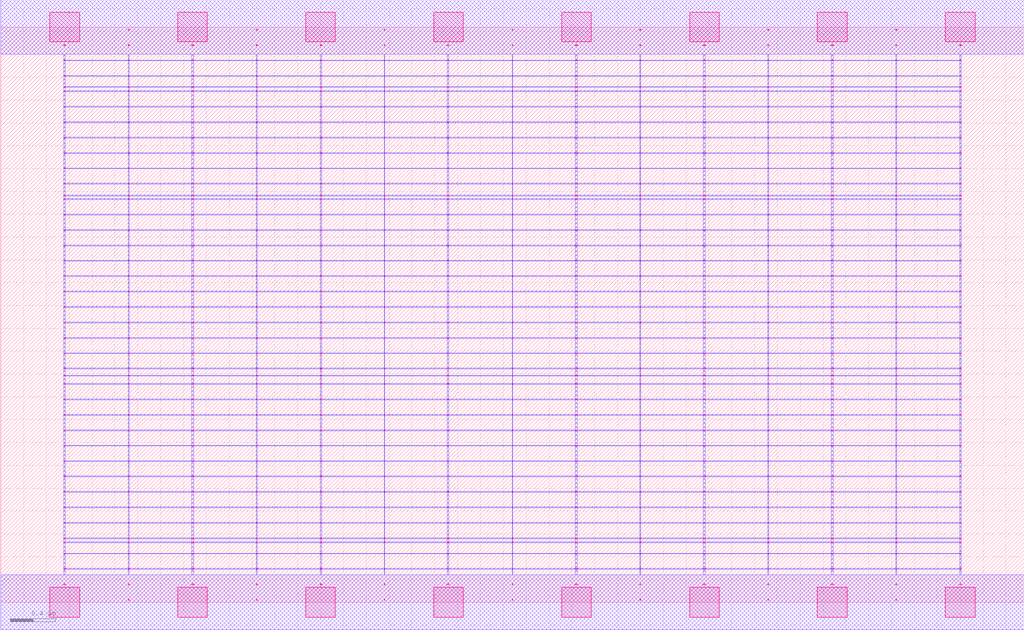
<source format=lef>
MACRO OAOAI3111_DEBUG
 CLASS CORE ;
 FOREIGN OAOAI3111_DEBUG 0 0 ;
 SIZE 8.96 BY 5.04 ;
 ORIGIN 0 0 ;
 SYMMETRY X Y R90 ;
 SITE unit ;

 OBS
    LAYER polycont ;
     RECT 3.35600000 0.15300000 3.36400000 0.16100000 ;
     RECT 3.35600000 0.28800000 3.36400000 0.29600000 ;
     RECT 3.35600000 0.42300000 3.36400000 0.43100000 ;
     RECT 3.35600000 0.52100000 3.36400000 0.52900000 ;
     RECT 3.35600000 0.55800000 3.36400000 0.56600000 ;
     RECT 3.35600000 0.69300000 3.36400000 0.70100000 ;
     RECT 3.35600000 0.82800000 3.36400000 0.83600000 ;
     RECT 3.35600000 0.96300000 3.36400000 0.97100000 ;
     RECT 3.35600000 1.09800000 3.36400000 1.10600000 ;
     RECT 3.35600000 1.23300000 3.36400000 1.24100000 ;
     RECT 3.35600000 1.36800000 3.36400000 1.37600000 ;
     RECT 3.35600000 1.50300000 3.36400000 1.51100000 ;
     RECT 3.35600000 1.63800000 3.36400000 1.64600000 ;
     RECT 3.35600000 1.77300000 3.36400000 1.78100000 ;
     RECT 3.35600000 1.90800000 3.36400000 1.91600000 ;
     RECT 3.35600000 1.98100000 3.36400000 1.98900000 ;
     RECT 3.35600000 2.04300000 3.36400000 2.05100000 ;
     RECT 3.35600000 2.17800000 3.36400000 2.18600000 ;
     RECT 3.35600000 2.31300000 3.36400000 2.32100000 ;
     RECT 3.35600000 2.44800000 3.36400000 2.45600000 ;
     RECT 0.55100000 2.58300000 0.56400000 2.59100000 ;
     RECT 1.11600000 2.58300000 1.12400000 2.59100000 ;
     RECT 1.67100000 2.58300000 1.68900000 2.59100000 ;
     RECT 2.23600000 2.58300000 2.24400000 2.59100000 ;
     RECT 2.79600000 2.58300000 2.80900000 2.59100000 ;
     RECT 3.35600000 2.58300000 3.36400000 2.59100000 ;
     RECT 3.91100000 2.58300000 3.92400000 2.59100000 ;
     RECT 4.47600000 2.58300000 4.48400000 2.59100000 ;
     RECT 5.03100000 2.58300000 5.04900000 2.59100000 ;
     RECT 5.59600000 2.58300000 5.60400000 2.59100000 ;
     RECT 6.15100000 2.58300000 6.16900000 2.59100000 ;
     RECT 6.71600000 2.58300000 6.72400000 2.59100000 ;
     RECT 7.27100000 2.58300000 7.28900000 2.59100000 ;
     RECT 7.83600000 2.58300000 7.84400000 2.59100000 ;
     RECT 8.39600000 2.58300000 8.40900000 2.59100000 ;
     RECT 0.55100000 2.71800000 0.56400000 2.72600000 ;
     RECT 1.11600000 2.71800000 1.12400000 2.72600000 ;
     RECT 1.67100000 2.71800000 1.68900000 2.72600000 ;
     RECT 2.23600000 2.71800000 2.24400000 2.72600000 ;
     RECT 2.79600000 2.71800000 2.80900000 2.72600000 ;
     RECT 3.35600000 2.71800000 3.36400000 2.72600000 ;
     RECT 3.91100000 2.71800000 3.92400000 2.72600000 ;
     RECT 4.47600000 2.71800000 4.48400000 2.72600000 ;
     RECT 5.03100000 2.71800000 5.04900000 2.72600000 ;
     RECT 5.59600000 2.71800000 5.60400000 2.72600000 ;
     RECT 6.15100000 2.71800000 6.16900000 2.72600000 ;
     RECT 6.71600000 2.71800000 6.72400000 2.72600000 ;
     RECT 7.27100000 2.71800000 7.28900000 2.72600000 ;
     RECT 7.83600000 2.71800000 7.84400000 2.72600000 ;
     RECT 8.39600000 2.71800000 8.40900000 2.72600000 ;
     RECT 0.55100000 2.85300000 0.56400000 2.86100000 ;
     RECT 1.11600000 2.85300000 1.12400000 2.86100000 ;
     RECT 1.67100000 2.85300000 1.68900000 2.86100000 ;
     RECT 2.23600000 2.85300000 2.24400000 2.86100000 ;
     RECT 2.79600000 2.85300000 2.80900000 2.86100000 ;
     RECT 3.35600000 2.85300000 3.36400000 2.86100000 ;
     RECT 3.91100000 2.85300000 3.92400000 2.86100000 ;
     RECT 4.47600000 2.85300000 4.48400000 2.86100000 ;
     RECT 5.03100000 2.85300000 5.04900000 2.86100000 ;
     RECT 5.59600000 2.85300000 5.60400000 2.86100000 ;
     RECT 6.15100000 2.85300000 6.16900000 2.86100000 ;
     RECT 6.71600000 2.85300000 6.72400000 2.86100000 ;
     RECT 7.27100000 2.85300000 7.28900000 2.86100000 ;
     RECT 7.83600000 2.85300000 7.84400000 2.86100000 ;
     RECT 8.39600000 2.85300000 8.40900000 2.86100000 ;
     RECT 0.55100000 2.98800000 0.56400000 2.99600000 ;
     RECT 1.11600000 2.98800000 1.12400000 2.99600000 ;
     RECT 1.67100000 2.98800000 1.68900000 2.99600000 ;
     RECT 2.23600000 2.98800000 2.24400000 2.99600000 ;
     RECT 2.79600000 2.98800000 2.80900000 2.99600000 ;
     RECT 3.35600000 2.98800000 3.36400000 2.99600000 ;
     RECT 3.91100000 2.98800000 3.92400000 2.99600000 ;
     RECT 4.47600000 2.98800000 4.48400000 2.99600000 ;
     RECT 5.03100000 2.98800000 5.04900000 2.99600000 ;
     RECT 5.59600000 2.98800000 5.60400000 2.99600000 ;
     RECT 6.15100000 2.98800000 6.16900000 2.99600000 ;
     RECT 6.71600000 2.98800000 6.72400000 2.99600000 ;
     RECT 7.27100000 2.98800000 7.28900000 2.99600000 ;
     RECT 7.83600000 2.98800000 7.84400000 2.99600000 ;
     RECT 8.39600000 2.98800000 8.40900000 2.99600000 ;
     RECT 3.35600000 3.12300000 3.36400000 3.13100000 ;
     RECT 3.35600000 3.25800000 3.36400000 3.26600000 ;
     RECT 3.35600000 3.39300000 3.36400000 3.40100000 ;
     RECT 3.35600000 3.52800000 3.36400000 3.53600000 ;
     RECT 3.35600000 3.56100000 3.36400000 3.56900000 ;
     RECT 3.35600000 3.66300000 3.36400000 3.67100000 ;
     RECT 3.35600000 3.79800000 3.36400000 3.80600000 ;
     RECT 3.35600000 3.93300000 3.36400000 3.94100000 ;
     RECT 3.35600000 4.06800000 3.36400000 4.07600000 ;
     RECT 3.35600000 4.20300000 3.36400000 4.21100000 ;
     RECT 3.35600000 4.33800000 3.36400000 4.34600000 ;
     RECT 3.35600000 4.47300000 3.36400000 4.48100000 ;
     RECT 3.35600000 4.51100000 3.36400000 4.51900000 ;
     RECT 3.35600000 4.60800000 3.36400000 4.61600000 ;
     RECT 3.35600000 4.74300000 3.36400000 4.75100000 ;
     RECT 3.35600000 4.87800000 3.36400000 4.88600000 ;

    LAYER pdiffc ;
     RECT 0.55100000 3.39300000 0.55900000 3.40100000 ;
     RECT 2.80100000 3.39300000 2.80900000 3.40100000 ;
     RECT 3.91100000 3.39300000 3.91900000 3.40100000 ;
     RECT 8.40100000 3.39300000 8.40900000 3.40100000 ;
     RECT 0.55100000 3.52800000 0.55900000 3.53600000 ;
     RECT 2.80100000 3.52800000 2.80900000 3.53600000 ;
     RECT 3.91100000 3.52800000 3.91900000 3.53600000 ;
     RECT 8.40100000 3.52800000 8.40900000 3.53600000 ;
     RECT 0.55100000 3.56100000 0.55900000 3.56900000 ;
     RECT 2.80100000 3.56100000 2.80900000 3.56900000 ;
     RECT 3.91100000 3.56100000 3.91900000 3.56900000 ;
     RECT 8.40100000 3.56100000 8.40900000 3.56900000 ;
     RECT 0.55100000 3.66300000 0.55900000 3.67100000 ;
     RECT 2.80100000 3.66300000 2.80900000 3.67100000 ;
     RECT 3.91100000 3.66300000 3.91900000 3.67100000 ;
     RECT 8.40100000 3.66300000 8.40900000 3.67100000 ;
     RECT 0.55100000 3.79800000 0.55900000 3.80600000 ;
     RECT 2.80100000 3.79800000 2.80900000 3.80600000 ;
     RECT 3.91100000 3.79800000 3.91900000 3.80600000 ;
     RECT 8.40100000 3.79800000 8.40900000 3.80600000 ;
     RECT 0.55100000 3.93300000 0.55900000 3.94100000 ;
     RECT 2.80100000 3.93300000 2.80900000 3.94100000 ;
     RECT 3.91100000 3.93300000 3.91900000 3.94100000 ;
     RECT 8.40100000 3.93300000 8.40900000 3.94100000 ;
     RECT 0.55100000 4.06800000 0.55900000 4.07600000 ;
     RECT 2.80100000 4.06800000 2.80900000 4.07600000 ;
     RECT 3.91100000 4.06800000 3.91900000 4.07600000 ;
     RECT 8.40100000 4.06800000 8.40900000 4.07600000 ;
     RECT 0.55100000 4.20300000 0.55900000 4.21100000 ;
     RECT 2.80100000 4.20300000 2.80900000 4.21100000 ;
     RECT 3.91100000 4.20300000 3.91900000 4.21100000 ;
     RECT 8.40100000 4.20300000 8.40900000 4.21100000 ;
     RECT 0.55100000 4.33800000 0.55900000 4.34600000 ;
     RECT 2.80100000 4.33800000 2.80900000 4.34600000 ;
     RECT 3.91100000 4.33800000 3.91900000 4.34600000 ;
     RECT 8.40100000 4.33800000 8.40900000 4.34600000 ;
     RECT 0.55100000 4.47300000 0.55900000 4.48100000 ;
     RECT 2.80100000 4.47300000 2.80900000 4.48100000 ;
     RECT 3.91100000 4.47300000 3.91900000 4.48100000 ;
     RECT 8.40100000 4.47300000 8.40900000 4.48100000 ;
     RECT 0.55100000 4.51100000 0.55900000 4.51900000 ;
     RECT 2.80100000 4.51100000 2.80900000 4.51900000 ;
     RECT 3.91100000 4.51100000 3.91900000 4.51900000 ;
     RECT 8.40100000 4.51100000 8.40900000 4.51900000 ;
     RECT 0.55100000 4.60800000 0.55900000 4.61600000 ;
     RECT 2.80100000 4.60800000 2.80900000 4.61600000 ;
     RECT 3.91100000 4.60800000 3.91900000 4.61600000 ;
     RECT 8.40100000 4.60800000 8.40900000 4.61600000 ;

    LAYER ndiffc ;
     RECT 5.03100000 0.42300000 5.04900000 0.43100000 ;
     RECT 6.15100000 0.42300000 6.16900000 0.43100000 ;
     RECT 7.27100000 0.42300000 7.28900000 0.43100000 ;
     RECT 8.39600000 0.42300000 8.40900000 0.43100000 ;
     RECT 5.03100000 0.52100000 5.04900000 0.52900000 ;
     RECT 6.15100000 0.52100000 6.16900000 0.52900000 ;
     RECT 7.27100000 0.52100000 7.28900000 0.52900000 ;
     RECT 8.39600000 0.52100000 8.40900000 0.52900000 ;
     RECT 5.03100000 0.55800000 5.04900000 0.56600000 ;
     RECT 6.15100000 0.55800000 6.16900000 0.56600000 ;
     RECT 7.27100000 0.55800000 7.28900000 0.56600000 ;
     RECT 8.39600000 0.55800000 8.40900000 0.56600000 ;
     RECT 5.03100000 0.69300000 5.04900000 0.70100000 ;
     RECT 6.15100000 0.69300000 6.16900000 0.70100000 ;
     RECT 7.27100000 0.69300000 7.28900000 0.70100000 ;
     RECT 8.39600000 0.69300000 8.40900000 0.70100000 ;
     RECT 5.03100000 0.82800000 5.04900000 0.83600000 ;
     RECT 6.15100000 0.82800000 6.16900000 0.83600000 ;
     RECT 7.27100000 0.82800000 7.28900000 0.83600000 ;
     RECT 8.39600000 0.82800000 8.40900000 0.83600000 ;
     RECT 5.03100000 0.96300000 5.04900000 0.97100000 ;
     RECT 6.15100000 0.96300000 6.16900000 0.97100000 ;
     RECT 7.27100000 0.96300000 7.28900000 0.97100000 ;
     RECT 8.39600000 0.96300000 8.40900000 0.97100000 ;
     RECT 5.03100000 1.09800000 5.04900000 1.10600000 ;
     RECT 6.15100000 1.09800000 6.16900000 1.10600000 ;
     RECT 7.27100000 1.09800000 7.28900000 1.10600000 ;
     RECT 8.39600000 1.09800000 8.40900000 1.10600000 ;
     RECT 5.03100000 1.23300000 5.04900000 1.24100000 ;
     RECT 6.15100000 1.23300000 6.16900000 1.24100000 ;
     RECT 7.27100000 1.23300000 7.28900000 1.24100000 ;
     RECT 8.39600000 1.23300000 8.40900000 1.24100000 ;
     RECT 5.03100000 1.36800000 5.04900000 1.37600000 ;
     RECT 6.15100000 1.36800000 6.16900000 1.37600000 ;
     RECT 7.27100000 1.36800000 7.28900000 1.37600000 ;
     RECT 8.39600000 1.36800000 8.40900000 1.37600000 ;
     RECT 5.03100000 1.50300000 5.04900000 1.51100000 ;
     RECT 6.15100000 1.50300000 6.16900000 1.51100000 ;
     RECT 7.27100000 1.50300000 7.28900000 1.51100000 ;
     RECT 8.39600000 1.50300000 8.40900000 1.51100000 ;
     RECT 5.03100000 1.63800000 5.04900000 1.64600000 ;
     RECT 6.15100000 1.63800000 6.16900000 1.64600000 ;
     RECT 7.27100000 1.63800000 7.28900000 1.64600000 ;
     RECT 8.39600000 1.63800000 8.40900000 1.64600000 ;
     RECT 5.03100000 1.77300000 5.04900000 1.78100000 ;
     RECT 6.15100000 1.77300000 6.16900000 1.78100000 ;
     RECT 7.27100000 1.77300000 7.28900000 1.78100000 ;
     RECT 8.39600000 1.77300000 8.40900000 1.78100000 ;
     RECT 5.03100000 1.90800000 5.04900000 1.91600000 ;
     RECT 6.15100000 1.90800000 6.16900000 1.91600000 ;
     RECT 7.27100000 1.90800000 7.28900000 1.91600000 ;
     RECT 8.39600000 1.90800000 8.40900000 1.91600000 ;
     RECT 5.03100000 1.98100000 5.04900000 1.98900000 ;
     RECT 6.15100000 1.98100000 6.16900000 1.98900000 ;
     RECT 7.27100000 1.98100000 7.28900000 1.98900000 ;
     RECT 8.39600000 1.98100000 8.40900000 1.98900000 ;
     RECT 5.03100000 2.04300000 5.04900000 2.05100000 ;
     RECT 6.15100000 2.04300000 6.16900000 2.05100000 ;
     RECT 7.27100000 2.04300000 7.28900000 2.05100000 ;
     RECT 8.39600000 2.04300000 8.40900000 2.05100000 ;
     RECT 0.55100000 0.42300000 0.56400000 0.43100000 ;
     RECT 1.67100000 0.42300000 1.68900000 0.43100000 ;
     RECT 2.79600000 0.42300000 2.80900000 0.43100000 ;
     RECT 3.91100000 0.42300000 3.92400000 0.43100000 ;
     RECT 0.55100000 1.36800000 0.56400000 1.37600000 ;
     RECT 1.67100000 1.36800000 1.68900000 1.37600000 ;
     RECT 2.79600000 1.36800000 2.80900000 1.37600000 ;
     RECT 3.91100000 1.36800000 3.92400000 1.37600000 ;
     RECT 0.55100000 0.82800000 0.56400000 0.83600000 ;
     RECT 1.67100000 0.82800000 1.68900000 0.83600000 ;
     RECT 2.79600000 0.82800000 2.80900000 0.83600000 ;
     RECT 3.91100000 0.82800000 3.92400000 0.83600000 ;
     RECT 0.55100000 1.50300000 0.56400000 1.51100000 ;
     RECT 1.67100000 1.50300000 1.68900000 1.51100000 ;
     RECT 2.79600000 1.50300000 2.80900000 1.51100000 ;
     RECT 3.91100000 1.50300000 3.92400000 1.51100000 ;
     RECT 0.55100000 0.55800000 0.56400000 0.56600000 ;
     RECT 1.67100000 0.55800000 1.68900000 0.56600000 ;
     RECT 2.79600000 0.55800000 2.80900000 0.56600000 ;
     RECT 3.91100000 0.55800000 3.92400000 0.56600000 ;
     RECT 0.55100000 1.63800000 0.56400000 1.64600000 ;
     RECT 1.67100000 1.63800000 1.68900000 1.64600000 ;
     RECT 2.79600000 1.63800000 2.80900000 1.64600000 ;
     RECT 3.91100000 1.63800000 3.92400000 1.64600000 ;
     RECT 0.55100000 0.96300000 0.56400000 0.97100000 ;
     RECT 1.67100000 0.96300000 1.68900000 0.97100000 ;
     RECT 2.79600000 0.96300000 2.80900000 0.97100000 ;
     RECT 3.91100000 0.96300000 3.92400000 0.97100000 ;
     RECT 0.55100000 1.77300000 0.56400000 1.78100000 ;
     RECT 1.67100000 1.77300000 1.68900000 1.78100000 ;
     RECT 2.79600000 1.77300000 2.80900000 1.78100000 ;
     RECT 3.91100000 1.77300000 3.92400000 1.78100000 ;
     RECT 0.55100000 0.52100000 0.56400000 0.52900000 ;
     RECT 1.67100000 0.52100000 1.68900000 0.52900000 ;
     RECT 2.79600000 0.52100000 2.80900000 0.52900000 ;
     RECT 3.91100000 0.52100000 3.92400000 0.52900000 ;
     RECT 0.55100000 1.90800000 0.56400000 1.91600000 ;
     RECT 1.67100000 1.90800000 1.68900000 1.91600000 ;
     RECT 2.79600000 1.90800000 2.80900000 1.91600000 ;
     RECT 3.91100000 1.90800000 3.92400000 1.91600000 ;
     RECT 0.55100000 1.09800000 0.56400000 1.10600000 ;
     RECT 1.67100000 1.09800000 1.68900000 1.10600000 ;
     RECT 2.79600000 1.09800000 2.80900000 1.10600000 ;
     RECT 3.91100000 1.09800000 3.92400000 1.10600000 ;
     RECT 0.55100000 1.98100000 0.56400000 1.98900000 ;
     RECT 1.67100000 1.98100000 1.68900000 1.98900000 ;
     RECT 2.79600000 1.98100000 2.80900000 1.98900000 ;
     RECT 3.91100000 1.98100000 3.92400000 1.98900000 ;
     RECT 0.55100000 0.69300000 0.56400000 0.70100000 ;
     RECT 1.67100000 0.69300000 1.68900000 0.70100000 ;
     RECT 2.79600000 0.69300000 2.80900000 0.70100000 ;
     RECT 3.91100000 0.69300000 3.92400000 0.70100000 ;
     RECT 0.55100000 2.04300000 0.56400000 2.05100000 ;
     RECT 1.67100000 2.04300000 1.68900000 2.05100000 ;
     RECT 2.79600000 2.04300000 2.80900000 2.05100000 ;
     RECT 3.91100000 2.04300000 3.92400000 2.05100000 ;
     RECT 0.55100000 1.23300000 0.56400000 1.24100000 ;
     RECT 1.67100000 1.23300000 1.68900000 1.24100000 ;
     RECT 2.79600000 1.23300000 2.80900000 1.24100000 ;
     RECT 3.91100000 1.23300000 3.92400000 1.24100000 ;

    LAYER met1 ;
     RECT 0.00000000 -0.24000000 8.96000000 0.24000000 ;
     RECT 4.47600000 0.24000000 4.48400000 0.28800000 ;
     RECT 0.55100000 0.28800000 8.40900000 0.29600000 ;
     RECT 4.47600000 0.29600000 4.48400000 0.42300000 ;
     RECT 0.55100000 0.42300000 8.40900000 0.43100000 ;
     RECT 4.47600000 0.43100000 4.48400000 0.52100000 ;
     RECT 0.55100000 0.52100000 8.40900000 0.52900000 ;
     RECT 4.47600000 0.52900000 4.48400000 0.55800000 ;
     RECT 0.55100000 0.55800000 8.40900000 0.56600000 ;
     RECT 4.47600000 0.56600000 4.48400000 0.69300000 ;
     RECT 0.55100000 0.69300000 8.40900000 0.70100000 ;
     RECT 4.47600000 0.70100000 4.48400000 0.82800000 ;
     RECT 0.55100000 0.82800000 8.40900000 0.83600000 ;
     RECT 4.47600000 0.83600000 4.48400000 0.96300000 ;
     RECT 0.55100000 0.96300000 8.40900000 0.97100000 ;
     RECT 4.47600000 0.97100000 4.48400000 1.09800000 ;
     RECT 0.55100000 1.09800000 8.40900000 1.10600000 ;
     RECT 4.47600000 1.10600000 4.48400000 1.23300000 ;
     RECT 0.55100000 1.23300000 8.40900000 1.24100000 ;
     RECT 4.47600000 1.24100000 4.48400000 1.36800000 ;
     RECT 0.55100000 1.36800000 8.40900000 1.37600000 ;
     RECT 4.47600000 1.37600000 4.48400000 1.50300000 ;
     RECT 0.55100000 1.50300000 8.40900000 1.51100000 ;
     RECT 4.47600000 1.51100000 4.48400000 1.63800000 ;
     RECT 0.55100000 1.63800000 8.40900000 1.64600000 ;
     RECT 4.47600000 1.64600000 4.48400000 1.77300000 ;
     RECT 0.55100000 1.77300000 8.40900000 1.78100000 ;
     RECT 4.47600000 1.78100000 4.48400000 1.90800000 ;
     RECT 0.55100000 1.90800000 8.40900000 1.91600000 ;
     RECT 4.47600000 1.91600000 4.48400000 1.98100000 ;
     RECT 0.55100000 1.98100000 8.40900000 1.98900000 ;
     RECT 4.47600000 1.98900000 4.48400000 2.04300000 ;
     RECT 0.55100000 2.04300000 8.40900000 2.05100000 ;
     RECT 4.47600000 2.05100000 4.48400000 2.17800000 ;
     RECT 0.55100000 2.17800000 8.40900000 2.18600000 ;
     RECT 4.47600000 2.18600000 4.48400000 2.31300000 ;
     RECT 0.55100000 2.31300000 8.40900000 2.32100000 ;
     RECT 4.47600000 2.32100000 4.48400000 2.44800000 ;
     RECT 0.55100000 2.44800000 8.40900000 2.45600000 ;
     RECT 0.55100000 2.45600000 0.56400000 2.58300000 ;
     RECT 1.11600000 2.45600000 1.12400000 2.58300000 ;
     RECT 1.67100000 2.45600000 1.68900000 2.58300000 ;
     RECT 2.23600000 2.45600000 2.24400000 2.58300000 ;
     RECT 2.79600000 2.45600000 2.80900000 2.58300000 ;
     RECT 3.35600000 2.45600000 3.36400000 2.58300000 ;
     RECT 3.91100000 2.45600000 3.92400000 2.58300000 ;
     RECT 4.47600000 2.45600000 4.48400000 2.58300000 ;
     RECT 5.03100000 2.45600000 5.04900000 2.58300000 ;
     RECT 5.59600000 2.45600000 5.60400000 2.58300000 ;
     RECT 6.15100000 2.45600000 6.16900000 2.58300000 ;
     RECT 6.71600000 2.45600000 6.72400000 2.58300000 ;
     RECT 7.27100000 2.45600000 7.28900000 2.58300000 ;
     RECT 7.83600000 2.45600000 7.84400000 2.58300000 ;
     RECT 8.39600000 2.45600000 8.40900000 2.58300000 ;
     RECT 0.55100000 2.58300000 8.40900000 2.59100000 ;
     RECT 4.47600000 2.59100000 4.48400000 2.71800000 ;
     RECT 0.55100000 2.71800000 8.40900000 2.72600000 ;
     RECT 4.47600000 2.72600000 4.48400000 2.85300000 ;
     RECT 0.55100000 2.85300000 8.40900000 2.86100000 ;
     RECT 4.47600000 2.86100000 4.48400000 2.98800000 ;
     RECT 0.55100000 2.98800000 8.40900000 2.99600000 ;
     RECT 4.47600000 2.99600000 4.48400000 3.12300000 ;
     RECT 0.55100000 3.12300000 8.40900000 3.13100000 ;
     RECT 4.47600000 3.13100000 4.48400000 3.25800000 ;
     RECT 0.55100000 3.25800000 8.40900000 3.26600000 ;
     RECT 4.47600000 3.26600000 4.48400000 3.39300000 ;
     RECT 0.55100000 3.39300000 8.40900000 3.40100000 ;
     RECT 4.47600000 3.40100000 4.48400000 3.52800000 ;
     RECT 0.55100000 3.52800000 8.40900000 3.53600000 ;
     RECT 4.47600000 3.53600000 4.48400000 3.56100000 ;
     RECT 0.55100000 3.56100000 8.40900000 3.56900000 ;
     RECT 4.47600000 3.56900000 4.48400000 3.66300000 ;
     RECT 0.55100000 3.66300000 8.40900000 3.67100000 ;
     RECT 4.47600000 3.67100000 4.48400000 3.79800000 ;
     RECT 0.55100000 3.79800000 8.40900000 3.80600000 ;
     RECT 4.47600000 3.80600000 4.48400000 3.93300000 ;
     RECT 0.55100000 3.93300000 8.40900000 3.94100000 ;
     RECT 4.47600000 3.94100000 4.48400000 4.06800000 ;
     RECT 0.55100000 4.06800000 8.40900000 4.07600000 ;
     RECT 4.47600000 4.07600000 4.48400000 4.20300000 ;
     RECT 0.55100000 4.20300000 8.40900000 4.21100000 ;
     RECT 4.47600000 4.21100000 4.48400000 4.33800000 ;
     RECT 0.55100000 4.33800000 8.40900000 4.34600000 ;
     RECT 4.47600000 4.34600000 4.48400000 4.47300000 ;
     RECT 0.55100000 4.47300000 8.40900000 4.48100000 ;
     RECT 4.47600000 4.48100000 4.48400000 4.51100000 ;
     RECT 0.55100000 4.51100000 8.40900000 4.51900000 ;
     RECT 4.47600000 4.51900000 4.48400000 4.60800000 ;
     RECT 0.55100000 4.60800000 8.40900000 4.61600000 ;
     RECT 4.47600000 4.61600000 4.48400000 4.74300000 ;
     RECT 0.55100000 4.74300000 8.40900000 4.75100000 ;
     RECT 4.47600000 4.75100000 4.48400000 4.80000000 ;
     RECT 0.00000000 4.80000000 8.96000000 5.28000000 ;
     RECT 6.71600000 3.13100000 6.72400000 3.25800000 ;
     RECT 6.71600000 3.26600000 6.72400000 3.39300000 ;
     RECT 6.71600000 3.40100000 6.72400000 3.52800000 ;
     RECT 6.71600000 2.72600000 6.72400000 2.85300000 ;
     RECT 6.71600000 3.53600000 6.72400000 3.56100000 ;
     RECT 6.71600000 3.56900000 6.72400000 3.66300000 ;
     RECT 6.71600000 2.59100000 6.72400000 2.71800000 ;
     RECT 6.71600000 3.67100000 6.72400000 3.79800000 ;
     RECT 5.03100000 3.80600000 5.04900000 3.93300000 ;
     RECT 5.59600000 3.80600000 5.60400000 3.93300000 ;
     RECT 6.15100000 3.80600000 6.16900000 3.93300000 ;
     RECT 6.71600000 3.80600000 6.72400000 3.93300000 ;
     RECT 7.27100000 3.80600000 7.28900000 3.93300000 ;
     RECT 7.83600000 3.80600000 7.84400000 3.93300000 ;
     RECT 8.39600000 3.80600000 8.40900000 3.93300000 ;
     RECT 6.71600000 2.86100000 6.72400000 2.98800000 ;
     RECT 6.71600000 3.94100000 6.72400000 4.06800000 ;
     RECT 6.71600000 4.07600000 6.72400000 4.20300000 ;
     RECT 6.71600000 4.21100000 6.72400000 4.33800000 ;
     RECT 6.71600000 4.34600000 6.72400000 4.47300000 ;
     RECT 6.71600000 4.48100000 6.72400000 4.51100000 ;
     RECT 6.71600000 2.99600000 6.72400000 3.12300000 ;
     RECT 6.71600000 4.51900000 6.72400000 4.60800000 ;
     RECT 6.71600000 4.61600000 6.72400000 4.74300000 ;
     RECT 6.71600000 4.75100000 6.72400000 4.80000000 ;
     RECT 7.27100000 4.21100000 7.28900000 4.33800000 ;
     RECT 7.83600000 4.21100000 7.84400000 4.33800000 ;
     RECT 8.39600000 4.21100000 8.40900000 4.33800000 ;
     RECT 8.39600000 3.94100000 8.40900000 4.06800000 ;
     RECT 7.27100000 4.34600000 7.28900000 4.47300000 ;
     RECT 7.83600000 4.34600000 7.84400000 4.47300000 ;
     RECT 8.39600000 4.34600000 8.40900000 4.47300000 ;
     RECT 7.27100000 3.94100000 7.28900000 4.06800000 ;
     RECT 7.27100000 4.48100000 7.28900000 4.51100000 ;
     RECT 7.83600000 4.48100000 7.84400000 4.51100000 ;
     RECT 8.39600000 4.48100000 8.40900000 4.51100000 ;
     RECT 7.27100000 4.07600000 7.28900000 4.20300000 ;
     RECT 7.83600000 4.07600000 7.84400000 4.20300000 ;
     RECT 7.27100000 4.51900000 7.28900000 4.60800000 ;
     RECT 7.83600000 4.51900000 7.84400000 4.60800000 ;
     RECT 8.39600000 4.51900000 8.40900000 4.60800000 ;
     RECT 8.39600000 4.07600000 8.40900000 4.20300000 ;
     RECT 7.27100000 4.61600000 7.28900000 4.74300000 ;
     RECT 7.83600000 4.61600000 7.84400000 4.74300000 ;
     RECT 8.39600000 4.61600000 8.40900000 4.74300000 ;
     RECT 7.83600000 3.94100000 7.84400000 4.06800000 ;
     RECT 7.27100000 4.75100000 7.28900000 4.80000000 ;
     RECT 7.83600000 4.75100000 7.84400000 4.80000000 ;
     RECT 8.39600000 4.75100000 8.40900000 4.80000000 ;
     RECT 6.15100000 4.07600000 6.16900000 4.20300000 ;
     RECT 5.59600000 3.94100000 5.60400000 4.06800000 ;
     RECT 6.15100000 3.94100000 6.16900000 4.06800000 ;
     RECT 5.03100000 4.51900000 5.04900000 4.60800000 ;
     RECT 5.59600000 4.51900000 5.60400000 4.60800000 ;
     RECT 6.15100000 4.51900000 6.16900000 4.60800000 ;
     RECT 5.03100000 4.34600000 5.04900000 4.47300000 ;
     RECT 5.59600000 4.34600000 5.60400000 4.47300000 ;
     RECT 6.15100000 4.34600000 6.16900000 4.47300000 ;
     RECT 5.03100000 3.94100000 5.04900000 4.06800000 ;
     RECT 5.03100000 4.61600000 5.04900000 4.74300000 ;
     RECT 5.59600000 4.61600000 5.60400000 4.74300000 ;
     RECT 6.15100000 4.61600000 6.16900000 4.74300000 ;
     RECT 5.03100000 4.07600000 5.04900000 4.20300000 ;
     RECT 5.03100000 4.21100000 5.04900000 4.33800000 ;
     RECT 5.59600000 4.21100000 5.60400000 4.33800000 ;
     RECT 5.03100000 4.48100000 5.04900000 4.51100000 ;
     RECT 5.03100000 4.75100000 5.04900000 4.80000000 ;
     RECT 5.59600000 4.75100000 5.60400000 4.80000000 ;
     RECT 6.15100000 4.75100000 6.16900000 4.80000000 ;
     RECT 5.59600000 4.48100000 5.60400000 4.51100000 ;
     RECT 6.15100000 4.48100000 6.16900000 4.51100000 ;
     RECT 6.15100000 4.21100000 6.16900000 4.33800000 ;
     RECT 5.59600000 4.07600000 5.60400000 4.20300000 ;
     RECT 5.03100000 3.56900000 5.04900000 3.66300000 ;
     RECT 5.59600000 3.56900000 5.60400000 3.66300000 ;
     RECT 6.15100000 3.56900000 6.16900000 3.66300000 ;
     RECT 5.03100000 3.26600000 5.04900000 3.39300000 ;
     RECT 6.15100000 2.59100000 6.16900000 2.71800000 ;
     RECT 5.59600000 3.26600000 5.60400000 3.39300000 ;
     RECT 5.03100000 3.67100000 5.04900000 3.79800000 ;
     RECT 5.59600000 3.67100000 5.60400000 3.79800000 ;
     RECT 6.15100000 3.67100000 6.16900000 3.79800000 ;
     RECT 6.15100000 3.26600000 6.16900000 3.39300000 ;
     RECT 5.03100000 2.86100000 5.04900000 2.98800000 ;
     RECT 5.59600000 2.86100000 5.60400000 2.98800000 ;
     RECT 6.15100000 3.13100000 6.16900000 3.25800000 ;
     RECT 5.59600000 2.72600000 5.60400000 2.85300000 ;
     RECT 6.15100000 2.72600000 6.16900000 2.85300000 ;
     RECT 5.03100000 3.40100000 5.04900000 3.52800000 ;
     RECT 5.59600000 3.40100000 5.60400000 3.52800000 ;
     RECT 5.03100000 2.99600000 5.04900000 3.12300000 ;
     RECT 6.15100000 3.40100000 6.16900000 3.52800000 ;
     RECT 5.59600000 3.13100000 5.60400000 3.25800000 ;
     RECT 6.15100000 2.86100000 6.16900000 2.98800000 ;
     RECT 5.03100000 2.59100000 5.04900000 2.71800000 ;
     RECT 5.59600000 2.59100000 5.60400000 2.71800000 ;
     RECT 5.03100000 3.53600000 5.04900000 3.56100000 ;
     RECT 5.59600000 3.53600000 5.60400000 3.56100000 ;
     RECT 6.15100000 3.53600000 6.16900000 3.56100000 ;
     RECT 5.59600000 2.99600000 5.60400000 3.12300000 ;
     RECT 6.15100000 2.99600000 6.16900000 3.12300000 ;
     RECT 5.03100000 2.72600000 5.04900000 2.85300000 ;
     RECT 5.03100000 3.13100000 5.04900000 3.25800000 ;
     RECT 7.83600000 2.72600000 7.84400000 2.85300000 ;
     RECT 8.39600000 2.86100000 8.40900000 2.98800000 ;
     RECT 7.27100000 2.59100000 7.28900000 2.71800000 ;
     RECT 7.27100000 2.99600000 7.28900000 3.12300000 ;
     RECT 8.39600000 2.72600000 8.40900000 2.85300000 ;
     RECT 8.39600000 3.26600000 8.40900000 3.39300000 ;
     RECT 7.27100000 3.40100000 7.28900000 3.52800000 ;
     RECT 7.83600000 3.40100000 7.84400000 3.52800000 ;
     RECT 8.39600000 3.40100000 8.40900000 3.52800000 ;
     RECT 7.27100000 3.56900000 7.28900000 3.66300000 ;
     RECT 7.83600000 3.56900000 7.84400000 3.66300000 ;
     RECT 7.83600000 2.99600000 7.84400000 3.12300000 ;
     RECT 8.39600000 2.99600000 8.40900000 3.12300000 ;
     RECT 7.83600000 2.59100000 7.84400000 2.71800000 ;
     RECT 8.39600000 3.56900000 8.40900000 3.66300000 ;
     RECT 7.27100000 3.13100000 7.28900000 3.25800000 ;
     RECT 7.27100000 2.72600000 7.28900000 2.85300000 ;
     RECT 7.83600000 3.13100000 7.84400000 3.25800000 ;
     RECT 8.39600000 3.13100000 8.40900000 3.25800000 ;
     RECT 7.27100000 3.26600000 7.28900000 3.39300000 ;
     RECT 8.39600000 2.59100000 8.40900000 2.71800000 ;
     RECT 7.83600000 3.26600000 7.84400000 3.39300000 ;
     RECT 7.27100000 2.86100000 7.28900000 2.98800000 ;
     RECT 7.83600000 2.86100000 7.84400000 2.98800000 ;
     RECT 7.27100000 3.67100000 7.28900000 3.79800000 ;
     RECT 7.83600000 3.67100000 7.84400000 3.79800000 ;
     RECT 8.39600000 3.67100000 8.40900000 3.79800000 ;
     RECT 7.27100000 3.53600000 7.28900000 3.56100000 ;
     RECT 7.83600000 3.53600000 7.84400000 3.56100000 ;
     RECT 8.39600000 3.53600000 8.40900000 3.56100000 ;
     RECT 2.23600000 3.94100000 2.24400000 4.06800000 ;
     RECT 2.23600000 3.40100000 2.24400000 3.52800000 ;
     RECT 2.23600000 4.07600000 2.24400000 4.20300000 ;
     RECT 2.23600000 3.53600000 2.24400000 3.56100000 ;
     RECT 2.23600000 4.21100000 2.24400000 4.33800000 ;
     RECT 2.23600000 2.86100000 2.24400000 2.98800000 ;
     RECT 2.23600000 3.13100000 2.24400000 3.25800000 ;
     RECT 2.23600000 4.34600000 2.24400000 4.47300000 ;
     RECT 2.23600000 3.56900000 2.24400000 3.66300000 ;
     RECT 2.23600000 4.48100000 2.24400000 4.51100000 ;
     RECT 2.23600000 2.72600000 2.24400000 2.85300000 ;
     RECT 2.23600000 4.51900000 2.24400000 4.60800000 ;
     RECT 2.23600000 3.67100000 2.24400000 3.79800000 ;
     RECT 2.23600000 4.61600000 2.24400000 4.74300000 ;
     RECT 2.23600000 3.26600000 2.24400000 3.39300000 ;
     RECT 2.23600000 2.59100000 2.24400000 2.71800000 ;
     RECT 0.55100000 3.80600000 0.56400000 3.93300000 ;
     RECT 1.11600000 3.80600000 1.12400000 3.93300000 ;
     RECT 2.23600000 4.75100000 2.24400000 4.80000000 ;
     RECT 1.67100000 3.80600000 1.68900000 3.93300000 ;
     RECT 2.23600000 3.80600000 2.24400000 3.93300000 ;
     RECT 2.79600000 3.80600000 2.80900000 3.93300000 ;
     RECT 3.35600000 3.80600000 3.36400000 3.93300000 ;
     RECT 3.91100000 3.80600000 3.92400000 3.93300000 ;
     RECT 2.23600000 2.99600000 2.24400000 3.12300000 ;
     RECT 2.79600000 3.94100000 2.80900000 4.06800000 ;
     RECT 2.79600000 4.21100000 2.80900000 4.33800000 ;
     RECT 2.79600000 4.51900000 2.80900000 4.60800000 ;
     RECT 3.35600000 4.51900000 3.36400000 4.60800000 ;
     RECT 3.91100000 4.51900000 3.92400000 4.60800000 ;
     RECT 3.35600000 4.21100000 3.36400000 4.33800000 ;
     RECT 3.91100000 4.21100000 3.92400000 4.33800000 ;
     RECT 2.79600000 4.61600000 2.80900000 4.74300000 ;
     RECT 3.35600000 4.61600000 3.36400000 4.74300000 ;
     RECT 3.91100000 4.61600000 3.92400000 4.74300000 ;
     RECT 3.35600000 3.94100000 3.36400000 4.06800000 ;
     RECT 2.79600000 4.07600000 2.80900000 4.20300000 ;
     RECT 3.35600000 4.07600000 3.36400000 4.20300000 ;
     RECT 2.79600000 4.34600000 2.80900000 4.47300000 ;
     RECT 3.35600000 4.34600000 3.36400000 4.47300000 ;
     RECT 2.79600000 4.75100000 2.80900000 4.80000000 ;
     RECT 3.35600000 4.75100000 3.36400000 4.80000000 ;
     RECT 3.91100000 4.75100000 3.92400000 4.80000000 ;
     RECT 3.91100000 4.34600000 3.92400000 4.47300000 ;
     RECT 3.91100000 4.07600000 3.92400000 4.20300000 ;
     RECT 3.91100000 3.94100000 3.92400000 4.06800000 ;
     RECT 2.79600000 4.48100000 2.80900000 4.51100000 ;
     RECT 3.35600000 4.48100000 3.36400000 4.51100000 ;
     RECT 3.91100000 4.48100000 3.92400000 4.51100000 ;
     RECT 0.55100000 4.61600000 0.56400000 4.74300000 ;
     RECT 1.11600000 4.61600000 1.12400000 4.74300000 ;
     RECT 1.67100000 4.61600000 1.68900000 4.74300000 ;
     RECT 1.67100000 4.07600000 1.68900000 4.20300000 ;
     RECT 1.67100000 3.94100000 1.68900000 4.06800000 ;
     RECT 0.55100000 4.48100000 0.56400000 4.51100000 ;
     RECT 1.11600000 4.48100000 1.12400000 4.51100000 ;
     RECT 1.67100000 4.48100000 1.68900000 4.51100000 ;
     RECT 0.55100000 3.94100000 0.56400000 4.06800000 ;
     RECT 1.11600000 3.94100000 1.12400000 4.06800000 ;
     RECT 0.55100000 4.07600000 0.56400000 4.20300000 ;
     RECT 0.55100000 4.75100000 0.56400000 4.80000000 ;
     RECT 1.11600000 4.75100000 1.12400000 4.80000000 ;
     RECT 1.67100000 4.75100000 1.68900000 4.80000000 ;
     RECT 1.11600000 4.07600000 1.12400000 4.20300000 ;
     RECT 0.55100000 4.34600000 0.56400000 4.47300000 ;
     RECT 0.55100000 4.51900000 0.56400000 4.60800000 ;
     RECT 1.11600000 4.51900000 1.12400000 4.60800000 ;
     RECT 1.67100000 4.51900000 1.68900000 4.60800000 ;
     RECT 1.11600000 4.34600000 1.12400000 4.47300000 ;
     RECT 1.67100000 4.34600000 1.68900000 4.47300000 ;
     RECT 0.55100000 4.21100000 0.56400000 4.33800000 ;
     RECT 1.11600000 4.21100000 1.12400000 4.33800000 ;
     RECT 1.67100000 4.21100000 1.68900000 4.33800000 ;
     RECT 0.55100000 3.56900000 0.56400000 3.66300000 ;
     RECT 1.11600000 3.26600000 1.12400000 3.39300000 ;
     RECT 1.67100000 3.26600000 1.68900000 3.39300000 ;
     RECT 1.11600000 3.56900000 1.12400000 3.66300000 ;
     RECT 1.67100000 3.56900000 1.68900000 3.66300000 ;
     RECT 0.55100000 2.72600000 0.56400000 2.85300000 ;
     RECT 1.67100000 3.40100000 1.68900000 3.52800000 ;
     RECT 1.11600000 2.72600000 1.12400000 2.85300000 ;
     RECT 0.55100000 2.86100000 0.56400000 2.98800000 ;
     RECT 1.11600000 2.86100000 1.12400000 2.98800000 ;
     RECT 0.55100000 3.13100000 0.56400000 3.25800000 ;
     RECT 1.11600000 3.13100000 1.12400000 3.25800000 ;
     RECT 1.67100000 3.13100000 1.68900000 3.25800000 ;
     RECT 1.67100000 2.72600000 1.68900000 2.85300000 ;
     RECT 1.67100000 2.86100000 1.68900000 2.98800000 ;
     RECT 1.67100000 2.59100000 1.68900000 2.71800000 ;
     RECT 0.55100000 3.26600000 0.56400000 3.39300000 ;
     RECT 0.55100000 3.53600000 0.56400000 3.56100000 ;
     RECT 1.11600000 3.53600000 1.12400000 3.56100000 ;
     RECT 1.67100000 3.53600000 1.68900000 3.56100000 ;
     RECT 0.55100000 3.40100000 0.56400000 3.52800000 ;
     RECT 1.11600000 3.40100000 1.12400000 3.52800000 ;
     RECT 0.55100000 2.59100000 0.56400000 2.71800000 ;
     RECT 1.11600000 2.59100000 1.12400000 2.71800000 ;
     RECT 0.55100000 3.67100000 0.56400000 3.79800000 ;
     RECT 1.11600000 3.67100000 1.12400000 3.79800000 ;
     RECT 0.55100000 2.99600000 0.56400000 3.12300000 ;
     RECT 1.11600000 2.99600000 1.12400000 3.12300000 ;
     RECT 1.67100000 2.99600000 1.68900000 3.12300000 ;
     RECT 1.67100000 3.67100000 1.68900000 3.79800000 ;
     RECT 3.91100000 3.40100000 3.92400000 3.52800000 ;
     RECT 3.91100000 3.13100000 3.92400000 3.25800000 ;
     RECT 2.79600000 2.72600000 2.80900000 2.85300000 ;
     RECT 3.35600000 2.72600000 3.36400000 2.85300000 ;
     RECT 3.91100000 2.72600000 3.92400000 2.85300000 ;
     RECT 2.79600000 2.86100000 2.80900000 2.98800000 ;
     RECT 2.79600000 3.26600000 2.80900000 3.39300000 ;
     RECT 3.35600000 3.26600000 3.36400000 3.39300000 ;
     RECT 3.91100000 3.26600000 3.92400000 3.39300000 ;
     RECT 3.91100000 2.99600000 3.92400000 3.12300000 ;
     RECT 2.79600000 2.59100000 2.80900000 2.71800000 ;
     RECT 3.35600000 2.59100000 3.36400000 2.71800000 ;
     RECT 3.91100000 2.59100000 3.92400000 2.71800000 ;
     RECT 3.35600000 2.99600000 3.36400000 3.12300000 ;
     RECT 2.79600000 3.13100000 2.80900000 3.25800000 ;
     RECT 2.79600000 3.56900000 2.80900000 3.66300000 ;
     RECT 3.35600000 3.56900000 3.36400000 3.66300000 ;
     RECT 3.91100000 3.56900000 3.92400000 3.66300000 ;
     RECT 3.35600000 3.13100000 3.36400000 3.25800000 ;
     RECT 2.79600000 2.99600000 2.80900000 3.12300000 ;
     RECT 2.79600000 3.40100000 2.80900000 3.52800000 ;
     RECT 3.35600000 3.40100000 3.36400000 3.52800000 ;
     RECT 3.35600000 3.53600000 3.36400000 3.56100000 ;
     RECT 2.79600000 3.67100000 2.80900000 3.79800000 ;
     RECT 3.35600000 3.67100000 3.36400000 3.79800000 ;
     RECT 3.91100000 3.67100000 3.92400000 3.79800000 ;
     RECT 3.91100000 3.53600000 3.92400000 3.56100000 ;
     RECT 2.79600000 3.53600000 2.80900000 3.56100000 ;
     RECT 3.35600000 2.86100000 3.36400000 2.98800000 ;
     RECT 3.91100000 2.86100000 3.92400000 2.98800000 ;
     RECT 2.23600000 1.37600000 2.24400000 1.50300000 ;
     RECT 2.23600000 0.43100000 2.24400000 0.52100000 ;
     RECT 2.23600000 1.51100000 2.24400000 1.63800000 ;
     RECT 2.23600000 1.64600000 2.24400000 1.77300000 ;
     RECT 2.23600000 1.78100000 2.24400000 1.90800000 ;
     RECT 2.23600000 1.91600000 2.24400000 1.98100000 ;
     RECT 2.23600000 1.98900000 2.24400000 2.04300000 ;
     RECT 2.23600000 0.52900000 2.24400000 0.55800000 ;
     RECT 2.23600000 2.05100000 2.24400000 2.17800000 ;
     RECT 2.23600000 2.18600000 2.24400000 2.31300000 ;
     RECT 2.23600000 2.32100000 2.24400000 2.44800000 ;
     RECT 2.23600000 0.56600000 2.24400000 0.69300000 ;
     RECT 2.23600000 0.70100000 2.24400000 0.82800000 ;
     RECT 2.23600000 0.83600000 2.24400000 0.96300000 ;
     RECT 2.23600000 0.29600000 2.24400000 0.42300000 ;
     RECT 2.23600000 0.97100000 2.24400000 1.09800000 ;
     RECT 0.55100000 1.10600000 0.56400000 1.23300000 ;
     RECT 1.11600000 1.10600000 1.12400000 1.23300000 ;
     RECT 1.67100000 1.10600000 1.68900000 1.23300000 ;
     RECT 2.23600000 1.10600000 2.24400000 1.23300000 ;
     RECT 2.79600000 1.10600000 2.80900000 1.23300000 ;
     RECT 3.35600000 1.10600000 3.36400000 1.23300000 ;
     RECT 3.91100000 1.10600000 3.92400000 1.23300000 ;
     RECT 2.23600000 0.24000000 2.24400000 0.28800000 ;
     RECT 2.23600000 1.24100000 2.24400000 1.36800000 ;
     RECT 3.35600000 1.51100000 3.36400000 1.63800000 ;
     RECT 3.91100000 1.51100000 3.92400000 1.63800000 ;
     RECT 2.79600000 2.05100000 2.80900000 2.17800000 ;
     RECT 3.35600000 2.05100000 3.36400000 2.17800000 ;
     RECT 3.91100000 2.05100000 3.92400000 2.17800000 ;
     RECT 3.91100000 1.37600000 3.92400000 1.50300000 ;
     RECT 2.79600000 2.18600000 2.80900000 2.31300000 ;
     RECT 3.35600000 2.18600000 3.36400000 2.31300000 ;
     RECT 3.91100000 2.18600000 3.92400000 2.31300000 ;
     RECT 2.79600000 1.64600000 2.80900000 1.77300000 ;
     RECT 2.79600000 2.32100000 2.80900000 2.44800000 ;
     RECT 3.35600000 2.32100000 3.36400000 2.44800000 ;
     RECT 3.91100000 2.32100000 3.92400000 2.44800000 ;
     RECT 3.35600000 1.64600000 3.36400000 1.77300000 ;
     RECT 3.91100000 1.64600000 3.92400000 1.77300000 ;
     RECT 2.79600000 1.37600000 2.80900000 1.50300000 ;
     RECT 2.79600000 1.78100000 2.80900000 1.90800000 ;
     RECT 3.35600000 1.78100000 3.36400000 1.90800000 ;
     RECT 3.91100000 1.78100000 3.92400000 1.90800000 ;
     RECT 3.35600000 1.37600000 3.36400000 1.50300000 ;
     RECT 2.79600000 1.91600000 2.80900000 1.98100000 ;
     RECT 3.35600000 1.91600000 3.36400000 1.98100000 ;
     RECT 3.91100000 1.91600000 3.92400000 1.98100000 ;
     RECT 2.79600000 1.51100000 2.80900000 1.63800000 ;
     RECT 2.79600000 1.98900000 2.80900000 2.04300000 ;
     RECT 3.35600000 1.98900000 3.36400000 2.04300000 ;
     RECT 3.91100000 1.98900000 3.92400000 2.04300000 ;
     RECT 2.79600000 1.24100000 2.80900000 1.36800000 ;
     RECT 3.35600000 1.24100000 3.36400000 1.36800000 ;
     RECT 3.91100000 1.24100000 3.92400000 1.36800000 ;
     RECT 0.55100000 1.78100000 0.56400000 1.90800000 ;
     RECT 0.55100000 2.32100000 0.56400000 2.44800000 ;
     RECT 1.11600000 2.32100000 1.12400000 2.44800000 ;
     RECT 1.67100000 2.32100000 1.68900000 2.44800000 ;
     RECT 0.55100000 1.98900000 0.56400000 2.04300000 ;
     RECT 1.11600000 1.98900000 1.12400000 2.04300000 ;
     RECT 1.67100000 1.98900000 1.68900000 2.04300000 ;
     RECT 1.11600000 1.78100000 1.12400000 1.90800000 ;
     RECT 1.67100000 1.78100000 1.68900000 1.90800000 ;
     RECT 0.55100000 1.64600000 0.56400000 1.77300000 ;
     RECT 1.11600000 1.64600000 1.12400000 1.77300000 ;
     RECT 1.67100000 1.64600000 1.68900000 1.77300000 ;
     RECT 0.55100000 2.05100000 0.56400000 2.17800000 ;
     RECT 1.11600000 2.05100000 1.12400000 2.17800000 ;
     RECT 1.67100000 2.05100000 1.68900000 2.17800000 ;
     RECT 1.67100000 1.37600000 1.68900000 1.50300000 ;
     RECT 0.55100000 1.91600000 0.56400000 1.98100000 ;
     RECT 1.11600000 1.91600000 1.12400000 1.98100000 ;
     RECT 1.67100000 1.91600000 1.68900000 1.98100000 ;
     RECT 0.55100000 2.18600000 0.56400000 2.31300000 ;
     RECT 1.11600000 2.18600000 1.12400000 2.31300000 ;
     RECT 0.55100000 1.24100000 0.56400000 1.36800000 ;
     RECT 1.11600000 1.24100000 1.12400000 1.36800000 ;
     RECT 1.67100000 1.24100000 1.68900000 1.36800000 ;
     RECT 1.67100000 2.18600000 1.68900000 2.31300000 ;
     RECT 0.55100000 1.51100000 0.56400000 1.63800000 ;
     RECT 1.11600000 1.51100000 1.12400000 1.63800000 ;
     RECT 1.67100000 1.51100000 1.68900000 1.63800000 ;
     RECT 0.55100000 1.37600000 0.56400000 1.50300000 ;
     RECT 1.11600000 1.37600000 1.12400000 1.50300000 ;
     RECT 0.55100000 0.97100000 0.56400000 1.09800000 ;
     RECT 1.11600000 0.97100000 1.12400000 1.09800000 ;
     RECT 1.67100000 0.97100000 1.68900000 1.09800000 ;
     RECT 1.67100000 0.52900000 1.68900000 0.55800000 ;
     RECT 0.55100000 0.56600000 0.56400000 0.69300000 ;
     RECT 1.11600000 0.56600000 1.12400000 0.69300000 ;
     RECT 1.67100000 0.56600000 1.68900000 0.69300000 ;
     RECT 0.55100000 0.52900000 0.56400000 0.55800000 ;
     RECT 1.11600000 0.24000000 1.12400000 0.28800000 ;
     RECT 0.55100000 0.29600000 0.56400000 0.42300000 ;
     RECT 0.55100000 0.70100000 0.56400000 0.82800000 ;
     RECT 1.67100000 0.24000000 1.68900000 0.28800000 ;
     RECT 1.11600000 0.70100000 1.12400000 0.82800000 ;
     RECT 1.67100000 0.70100000 1.68900000 0.82800000 ;
     RECT 1.67100000 0.43100000 1.68900000 0.52100000 ;
     RECT 1.11600000 0.29600000 1.12400000 0.42300000 ;
     RECT 1.67100000 0.29600000 1.68900000 0.42300000 ;
     RECT 0.55100000 0.83600000 0.56400000 0.96300000 ;
     RECT 1.11600000 0.83600000 1.12400000 0.96300000 ;
     RECT 1.67100000 0.83600000 1.68900000 0.96300000 ;
     RECT 0.55100000 0.43100000 0.56400000 0.52100000 ;
     RECT 1.11600000 0.43100000 1.12400000 0.52100000 ;
     RECT 0.55100000 0.24000000 0.56400000 0.28800000 ;
     RECT 1.11600000 0.52900000 1.12400000 0.55800000 ;
     RECT 3.35600000 0.97100000 3.36400000 1.09800000 ;
     RECT 3.91100000 0.97100000 3.92400000 1.09800000 ;
     RECT 3.35600000 0.29600000 3.36400000 0.42300000 ;
     RECT 3.91100000 0.29600000 3.92400000 0.42300000 ;
     RECT 3.91100000 0.24000000 3.92400000 0.28800000 ;
     RECT 2.79600000 0.70100000 2.80900000 0.82800000 ;
     RECT 3.35600000 0.70100000 3.36400000 0.82800000 ;
     RECT 3.91100000 0.70100000 3.92400000 0.82800000 ;
     RECT 3.91100000 0.52900000 3.92400000 0.55800000 ;
     RECT 3.35600000 0.24000000 3.36400000 0.28800000 ;
     RECT 2.79600000 0.24000000 2.80900000 0.28800000 ;
     RECT 2.79600000 0.56600000 2.80900000 0.69300000 ;
     RECT 3.35600000 0.56600000 3.36400000 0.69300000 ;
     RECT 3.91100000 0.56600000 3.92400000 0.69300000 ;
     RECT 2.79600000 0.83600000 2.80900000 0.96300000 ;
     RECT 3.35600000 0.83600000 3.36400000 0.96300000 ;
     RECT 3.91100000 0.83600000 3.92400000 0.96300000 ;
     RECT 3.35600000 0.43100000 3.36400000 0.52100000 ;
     RECT 2.79600000 0.29600000 2.80900000 0.42300000 ;
     RECT 2.79600000 0.43100000 2.80900000 0.52100000 ;
     RECT 2.79600000 0.52900000 2.80900000 0.55800000 ;
     RECT 3.91100000 0.43100000 3.92400000 0.52100000 ;
     RECT 3.35600000 0.52900000 3.36400000 0.55800000 ;
     RECT 2.79600000 0.97100000 2.80900000 1.09800000 ;
     RECT 6.71600000 0.43100000 6.72400000 0.52100000 ;
     RECT 6.71600000 0.56600000 6.72400000 0.69300000 ;
     RECT 6.71600000 1.91600000 6.72400000 1.98100000 ;
     RECT 5.03100000 1.10600000 5.04900000 1.23300000 ;
     RECT 5.59600000 1.10600000 5.60400000 1.23300000 ;
     RECT 6.15100000 1.10600000 6.16900000 1.23300000 ;
     RECT 6.71600000 1.10600000 6.72400000 1.23300000 ;
     RECT 7.27100000 1.10600000 7.28900000 1.23300000 ;
     RECT 7.83600000 1.10600000 7.84400000 1.23300000 ;
     RECT 8.39600000 1.10600000 8.40900000 1.23300000 ;
     RECT 6.71600000 1.98900000 6.72400000 2.04300000 ;
     RECT 6.71600000 0.29600000 6.72400000 0.42300000 ;
     RECT 6.71600000 2.05100000 6.72400000 2.17800000 ;
     RECT 6.71600000 1.24100000 6.72400000 1.36800000 ;
     RECT 6.71600000 2.18600000 6.72400000 2.31300000 ;
     RECT 6.71600000 0.70100000 6.72400000 0.82800000 ;
     RECT 6.71600000 0.24000000 6.72400000 0.28800000 ;
     RECT 6.71600000 2.32100000 6.72400000 2.44800000 ;
     RECT 6.71600000 1.37600000 6.72400000 1.50300000 ;
     RECT 6.71600000 0.52900000 6.72400000 0.55800000 ;
     RECT 6.71600000 1.51100000 6.72400000 1.63800000 ;
     RECT 6.71600000 0.83600000 6.72400000 0.96300000 ;
     RECT 6.71600000 1.64600000 6.72400000 1.77300000 ;
     RECT 6.71600000 0.97100000 6.72400000 1.09800000 ;
     RECT 6.71600000 1.78100000 6.72400000 1.90800000 ;
     RECT 8.39600000 1.24100000 8.40900000 1.36800000 ;
     RECT 7.27100000 1.98900000 7.28900000 2.04300000 ;
     RECT 7.27100000 2.18600000 7.28900000 2.31300000 ;
     RECT 7.83600000 2.18600000 7.84400000 2.31300000 ;
     RECT 8.39600000 2.18600000 8.40900000 2.31300000 ;
     RECT 7.83600000 1.98900000 7.84400000 2.04300000 ;
     RECT 8.39600000 1.98900000 8.40900000 2.04300000 ;
     RECT 8.39600000 1.91600000 8.40900000 1.98100000 ;
     RECT 7.27100000 2.32100000 7.28900000 2.44800000 ;
     RECT 7.83600000 2.32100000 7.84400000 2.44800000 ;
     RECT 8.39600000 2.32100000 8.40900000 2.44800000 ;
     RECT 7.27100000 1.91600000 7.28900000 1.98100000 ;
     RECT 7.27100000 1.37600000 7.28900000 1.50300000 ;
     RECT 7.83600000 1.37600000 7.84400000 1.50300000 ;
     RECT 8.39600000 1.37600000 8.40900000 1.50300000 ;
     RECT 7.27100000 2.05100000 7.28900000 2.17800000 ;
     RECT 7.83600000 2.05100000 7.84400000 2.17800000 ;
     RECT 7.27100000 1.51100000 7.28900000 1.63800000 ;
     RECT 7.83600000 1.51100000 7.84400000 1.63800000 ;
     RECT 8.39600000 1.51100000 8.40900000 1.63800000 ;
     RECT 8.39600000 2.05100000 8.40900000 2.17800000 ;
     RECT 7.83600000 1.91600000 7.84400000 1.98100000 ;
     RECT 7.27100000 1.64600000 7.28900000 1.77300000 ;
     RECT 7.83600000 1.64600000 7.84400000 1.77300000 ;
     RECT 8.39600000 1.64600000 8.40900000 1.77300000 ;
     RECT 7.27100000 1.24100000 7.28900000 1.36800000 ;
     RECT 7.83600000 1.24100000 7.84400000 1.36800000 ;
     RECT 7.27100000 1.78100000 7.28900000 1.90800000 ;
     RECT 7.83600000 1.78100000 7.84400000 1.90800000 ;
     RECT 8.39600000 1.78100000 8.40900000 1.90800000 ;
     RECT 5.59600000 1.98900000 5.60400000 2.04300000 ;
     RECT 6.15100000 1.37600000 6.16900000 1.50300000 ;
     RECT 5.03100000 2.05100000 5.04900000 2.17800000 ;
     RECT 5.59600000 2.05100000 5.60400000 2.17800000 ;
     RECT 5.03100000 2.18600000 5.04900000 2.31300000 ;
     RECT 5.59600000 2.18600000 5.60400000 2.31300000 ;
     RECT 6.15100000 2.18600000 6.16900000 2.31300000 ;
     RECT 5.03100000 1.51100000 5.04900000 1.63800000 ;
     RECT 5.59600000 1.51100000 5.60400000 1.63800000 ;
     RECT 6.15100000 1.51100000 6.16900000 1.63800000 ;
     RECT 6.15100000 2.05100000 6.16900000 2.17800000 ;
     RECT 6.15100000 1.98900000 6.16900000 2.04300000 ;
     RECT 6.15100000 1.91600000 6.16900000 1.98100000 ;
     RECT 5.03100000 1.91600000 5.04900000 1.98100000 ;
     RECT 5.59600000 1.91600000 5.60400000 1.98100000 ;
     RECT 5.03100000 1.64600000 5.04900000 1.77300000 ;
     RECT 5.59600000 1.64600000 5.60400000 1.77300000 ;
     RECT 6.15100000 1.64600000 6.16900000 1.77300000 ;
     RECT 5.03100000 1.24100000 5.04900000 1.36800000 ;
     RECT 5.03100000 1.37600000 5.04900000 1.50300000 ;
     RECT 5.59600000 1.37600000 5.60400000 1.50300000 ;
     RECT 5.03100000 2.32100000 5.04900000 2.44800000 ;
     RECT 5.59600000 2.32100000 5.60400000 2.44800000 ;
     RECT 5.03100000 1.78100000 5.04900000 1.90800000 ;
     RECT 5.59600000 1.78100000 5.60400000 1.90800000 ;
     RECT 6.15100000 1.78100000 6.16900000 1.90800000 ;
     RECT 6.15100000 2.32100000 6.16900000 2.44800000 ;
     RECT 5.59600000 1.24100000 5.60400000 1.36800000 ;
     RECT 6.15100000 1.24100000 6.16900000 1.36800000 ;
     RECT 5.03100000 1.98900000 5.04900000 2.04300000 ;
     RECT 5.59600000 0.24000000 5.60400000 0.28800000 ;
     RECT 5.03100000 0.29600000 5.04900000 0.42300000 ;
     RECT 5.59600000 0.52900000 5.60400000 0.55800000 ;
     RECT 6.15100000 0.52900000 6.16900000 0.55800000 ;
     RECT 6.15100000 0.70100000 6.16900000 0.82800000 ;
     RECT 5.03100000 0.83600000 5.04900000 0.96300000 ;
     RECT 5.59600000 0.83600000 5.60400000 0.96300000 ;
     RECT 6.15100000 0.83600000 6.16900000 0.96300000 ;
     RECT 6.15100000 0.29600000 6.16900000 0.42300000 ;
     RECT 5.59600000 0.29600000 5.60400000 0.42300000 ;
     RECT 5.03100000 0.43100000 5.04900000 0.52100000 ;
     RECT 5.59600000 0.43100000 5.60400000 0.52100000 ;
     RECT 6.15100000 0.43100000 6.16900000 0.52100000 ;
     RECT 5.03100000 0.97100000 5.04900000 1.09800000 ;
     RECT 5.59600000 0.97100000 5.60400000 1.09800000 ;
     RECT 6.15100000 0.97100000 6.16900000 1.09800000 ;
     RECT 5.59600000 0.56600000 5.60400000 0.69300000 ;
     RECT 6.15100000 0.24000000 6.16900000 0.28800000 ;
     RECT 5.03100000 0.70100000 5.04900000 0.82800000 ;
     RECT 6.15100000 0.56600000 6.16900000 0.69300000 ;
     RECT 5.03100000 0.56600000 5.04900000 0.69300000 ;
     RECT 5.59600000 0.70100000 5.60400000 0.82800000 ;
     RECT 5.03100000 0.52900000 5.04900000 0.55800000 ;
     RECT 5.03100000 0.24000000 5.04900000 0.28800000 ;
     RECT 7.83600000 0.52900000 7.84400000 0.55800000 ;
     RECT 8.39600000 0.56600000 8.40900000 0.69300000 ;
     RECT 7.27100000 0.43100000 7.28900000 0.52100000 ;
     RECT 7.27100000 0.29600000 7.28900000 0.42300000 ;
     RECT 7.83600000 0.29600000 7.84400000 0.42300000 ;
     RECT 7.27100000 0.70100000 7.28900000 0.82800000 ;
     RECT 7.83600000 0.70100000 7.84400000 0.82800000 ;
     RECT 8.39600000 0.70100000 8.40900000 0.82800000 ;
     RECT 8.39600000 0.29600000 8.40900000 0.42300000 ;
     RECT 7.27100000 0.24000000 7.28900000 0.28800000 ;
     RECT 7.83600000 0.24000000 7.84400000 0.28800000 ;
     RECT 7.83600000 0.56600000 7.84400000 0.69300000 ;
     RECT 7.27100000 0.83600000 7.28900000 0.96300000 ;
     RECT 7.83600000 0.83600000 7.84400000 0.96300000 ;
     RECT 7.27100000 0.97100000 7.28900000 1.09800000 ;
     RECT 8.39600000 0.83600000 8.40900000 0.96300000 ;
     RECT 8.39600000 0.52900000 8.40900000 0.55800000 ;
     RECT 8.39600000 0.24000000 8.40900000 0.28800000 ;
     RECT 7.27100000 0.56600000 7.28900000 0.69300000 ;
     RECT 7.83600000 0.43100000 7.84400000 0.52100000 ;
     RECT 8.39600000 0.43100000 8.40900000 0.52100000 ;
     RECT 7.27100000 0.52900000 7.28900000 0.55800000 ;
     RECT 7.83600000 0.97100000 7.84400000 1.09800000 ;
     RECT 8.39600000 0.97100000 8.40900000 1.09800000 ;

    LAYER via1 ;
     RECT 4.47600000 0.01800000 4.48400000 0.02600000 ;
     RECT 4.47600000 0.15300000 4.48400000 0.16100000 ;
     RECT 4.47600000 0.28800000 4.48400000 0.29600000 ;
     RECT 4.47600000 0.42300000 4.48400000 0.43100000 ;
     RECT 4.47600000 0.52100000 4.48400000 0.52900000 ;
     RECT 4.47600000 0.55800000 4.48400000 0.56600000 ;
     RECT 4.47600000 0.69300000 4.48400000 0.70100000 ;
     RECT 4.47600000 0.82800000 4.48400000 0.83600000 ;
     RECT 4.47600000 0.96300000 4.48400000 0.97100000 ;
     RECT 4.47600000 1.09800000 4.48400000 1.10600000 ;
     RECT 4.47600000 1.23300000 4.48400000 1.24100000 ;
     RECT 4.47600000 1.36800000 4.48400000 1.37600000 ;
     RECT 4.47600000 1.50300000 4.48400000 1.51100000 ;
     RECT 4.47600000 1.63800000 4.48400000 1.64600000 ;
     RECT 4.47600000 1.77300000 4.48400000 1.78100000 ;
     RECT 4.47600000 1.90800000 4.48400000 1.91600000 ;
     RECT 4.47600000 1.98100000 4.48400000 1.98900000 ;
     RECT 4.47600000 2.04300000 4.48400000 2.05100000 ;
     RECT 4.47600000 2.17800000 4.48400000 2.18600000 ;
     RECT 4.47600000 2.31300000 4.48400000 2.32100000 ;
     RECT 4.47600000 2.44800000 4.48400000 2.45600000 ;
     RECT 4.47600000 2.58300000 4.48400000 2.59100000 ;
     RECT 4.47600000 2.71800000 4.48400000 2.72600000 ;
     RECT 4.47600000 2.85300000 4.48400000 2.86100000 ;
     RECT 4.47600000 2.98800000 4.48400000 2.99600000 ;
     RECT 4.47600000 3.12300000 4.48400000 3.13100000 ;
     RECT 4.47600000 3.25800000 4.48400000 3.26600000 ;
     RECT 4.47600000 3.39300000 4.48400000 3.40100000 ;
     RECT 4.47600000 3.52800000 4.48400000 3.53600000 ;
     RECT 4.47600000 3.56100000 4.48400000 3.56900000 ;
     RECT 4.47600000 3.66300000 4.48400000 3.67100000 ;
     RECT 4.47600000 3.79800000 4.48400000 3.80600000 ;
     RECT 4.47600000 3.93300000 4.48400000 3.94100000 ;
     RECT 4.47600000 4.06800000 4.48400000 4.07600000 ;
     RECT 4.47600000 4.20300000 4.48400000 4.21100000 ;
     RECT 4.47600000 4.33800000 4.48400000 4.34600000 ;
     RECT 4.47600000 4.47300000 4.48400000 4.48100000 ;
     RECT 4.47600000 4.51100000 4.48400000 4.51900000 ;
     RECT 4.47600000 4.60800000 4.48400000 4.61600000 ;
     RECT 4.47600000 4.74300000 4.48400000 4.75100000 ;
     RECT 4.47600000 4.87800000 4.48400000 4.88600000 ;
     RECT 4.47600000 5.01300000 4.48400000 5.02100000 ;
     RECT 6.71600000 3.93300000 6.72400000 3.94100000 ;
     RECT 7.27100000 3.93300000 7.28900000 3.94100000 ;
     RECT 7.83600000 3.93300000 7.84400000 3.94100000 ;
     RECT 8.39600000 3.93300000 8.40900000 3.94100000 ;
     RECT 6.71600000 4.06800000 6.72400000 4.07600000 ;
     RECT 7.27100000 4.06800000 7.28900000 4.07600000 ;
     RECT 7.83600000 4.06800000 7.84400000 4.07600000 ;
     RECT 8.39600000 4.06800000 8.40900000 4.07600000 ;
     RECT 6.71600000 4.20300000 6.72400000 4.21100000 ;
     RECT 7.27100000 4.20300000 7.28900000 4.21100000 ;
     RECT 7.83600000 4.20300000 7.84400000 4.21100000 ;
     RECT 8.39600000 4.20300000 8.40900000 4.21100000 ;
     RECT 6.71600000 4.33800000 6.72400000 4.34600000 ;
     RECT 7.27100000 4.33800000 7.28900000 4.34600000 ;
     RECT 7.83600000 4.33800000 7.84400000 4.34600000 ;
     RECT 8.39600000 4.33800000 8.40900000 4.34600000 ;
     RECT 6.71600000 4.47300000 6.72400000 4.48100000 ;
     RECT 7.27100000 4.47300000 7.28900000 4.48100000 ;
     RECT 7.83600000 4.47300000 7.84400000 4.48100000 ;
     RECT 8.39600000 4.47300000 8.40900000 4.48100000 ;
     RECT 6.71600000 4.51100000 6.72400000 4.51900000 ;
     RECT 7.27100000 4.51100000 7.28900000 4.51900000 ;
     RECT 7.83600000 4.51100000 7.84400000 4.51900000 ;
     RECT 8.39600000 4.51100000 8.40900000 4.51900000 ;
     RECT 6.71600000 4.60800000 6.72400000 4.61600000 ;
     RECT 7.27100000 4.60800000 7.28900000 4.61600000 ;
     RECT 7.83600000 4.60800000 7.84400000 4.61600000 ;
     RECT 8.39600000 4.60800000 8.40900000 4.61600000 ;
     RECT 6.71600000 4.74300000 6.72400000 4.75100000 ;
     RECT 7.27100000 4.74300000 7.28900000 4.75100000 ;
     RECT 7.83600000 4.74300000 7.84400000 4.75100000 ;
     RECT 8.39600000 4.74300000 8.40900000 4.75100000 ;
     RECT 6.71600000 4.87800000 6.72400000 4.88600000 ;
     RECT 7.27100000 4.87800000 7.28900000 4.88600000 ;
     RECT 7.83600000 4.87800000 7.84400000 4.88600000 ;
     RECT 8.39600000 4.87800000 8.40900000 4.88600000 ;
     RECT 6.71600000 5.01300000 6.72400000 5.02100000 ;
     RECT 7.83600000 5.01300000 7.84400000 5.02100000 ;
     RECT 7.15000000 4.91000000 7.41000000 5.17000000 ;
     RECT 8.27000000 4.91000000 8.53000000 5.17000000 ;
     RECT 5.59600000 4.33800000 5.60400000 4.34600000 ;
     RECT 6.15100000 4.33800000 6.16900000 4.34600000 ;
     RECT 5.03100000 4.60800000 5.04900000 4.61600000 ;
     RECT 5.59600000 4.60800000 5.60400000 4.61600000 ;
     RECT 6.15100000 4.60800000 6.16900000 4.61600000 ;
     RECT 5.03100000 3.93300000 5.04900000 3.94100000 ;
     RECT 5.03100000 4.06800000 5.04900000 4.07600000 ;
     RECT 5.03100000 4.20300000 5.04900000 4.21100000 ;
     RECT 5.59600000 4.20300000 5.60400000 4.21100000 ;
     RECT 5.03100000 4.74300000 5.04900000 4.75100000 ;
     RECT 5.59600000 4.74300000 5.60400000 4.75100000 ;
     RECT 6.15100000 4.74300000 6.16900000 4.75100000 ;
     RECT 5.03100000 4.47300000 5.04900000 4.48100000 ;
     RECT 5.59600000 4.47300000 5.60400000 4.48100000 ;
     RECT 6.15100000 4.47300000 6.16900000 4.48100000 ;
     RECT 6.15100000 4.20300000 6.16900000 4.21100000 ;
     RECT 5.03100000 4.87800000 5.04900000 4.88600000 ;
     RECT 5.59600000 4.87800000 5.60400000 4.88600000 ;
     RECT 6.15100000 4.87800000 6.16900000 4.88600000 ;
     RECT 5.59600000 4.06800000 5.60400000 4.07600000 ;
     RECT 6.15100000 4.06800000 6.16900000 4.07600000 ;
     RECT 5.59600000 3.93300000 5.60400000 3.94100000 ;
     RECT 5.03100000 4.51100000 5.04900000 4.51900000 ;
     RECT 5.59600000 5.01300000 5.60400000 5.02100000 ;
     RECT 5.59600000 4.51100000 5.60400000 4.51900000 ;
     RECT 6.15100000 4.51100000 6.16900000 4.51900000 ;
     RECT 4.91000000 4.91000000 5.17000000 5.17000000 ;
     RECT 6.03000000 4.91000000 6.29000000 5.17000000 ;
     RECT 6.15100000 3.93300000 6.16900000 3.94100000 ;
     RECT 5.03100000 4.33800000 5.04900000 4.34600000 ;
     RECT 5.59600000 3.39300000 5.60400000 3.40100000 ;
     RECT 6.15100000 3.39300000 6.16900000 3.40100000 ;
     RECT 5.03100000 2.85300000 5.04900000 2.86100000 ;
     RECT 5.03100000 3.52800000 5.04900000 3.53600000 ;
     RECT 5.59600000 3.52800000 5.60400000 3.53600000 ;
     RECT 6.15100000 3.52800000 6.16900000 3.53600000 ;
     RECT 5.03100000 2.58300000 5.04900000 2.59100000 ;
     RECT 5.03100000 3.56100000 5.04900000 3.56900000 ;
     RECT 5.59600000 3.56100000 5.60400000 3.56900000 ;
     RECT 6.15100000 3.56100000 6.16900000 3.56900000 ;
     RECT 5.59600000 2.85300000 5.60400000 2.86100000 ;
     RECT 5.03100000 2.71800000 5.04900000 2.72600000 ;
     RECT 5.03100000 3.66300000 5.04900000 3.67100000 ;
     RECT 5.59600000 3.66300000 5.60400000 3.67100000 ;
     RECT 6.15100000 3.66300000 6.16900000 3.67100000 ;
     RECT 5.59600000 2.71800000 5.60400000 2.72600000 ;
     RECT 5.03100000 3.79800000 5.04900000 3.80600000 ;
     RECT 5.59600000 3.79800000 5.60400000 3.80600000 ;
     RECT 6.15100000 2.85300000 6.16900000 2.86100000 ;
     RECT 6.15100000 3.79800000 6.16900000 3.80600000 ;
     RECT 6.15100000 2.71800000 6.16900000 2.72600000 ;
     RECT 6.15100000 2.58300000 6.16900000 2.59100000 ;
     RECT 5.03100000 2.98800000 5.04900000 2.99600000 ;
     RECT 5.59600000 2.98800000 5.60400000 2.99600000 ;
     RECT 6.15100000 2.98800000 6.16900000 2.99600000 ;
     RECT 5.03100000 3.12300000 5.04900000 3.13100000 ;
     RECT 5.59600000 3.12300000 5.60400000 3.13100000 ;
     RECT 5.59600000 2.58300000 5.60400000 2.59100000 ;
     RECT 6.15100000 3.12300000 6.16900000 3.13100000 ;
     RECT 5.03100000 3.25800000 5.04900000 3.26600000 ;
     RECT 5.59600000 3.25800000 5.60400000 3.26600000 ;
     RECT 6.15100000 3.25800000 6.16900000 3.26600000 ;
     RECT 5.03100000 3.39300000 5.04900000 3.40100000 ;
     RECT 7.83600000 3.25800000 7.84400000 3.26600000 ;
     RECT 8.39600000 3.25800000 8.40900000 3.26600000 ;
     RECT 7.83600000 2.58300000 7.84400000 2.59100000 ;
     RECT 6.71600000 3.79800000 6.72400000 3.80600000 ;
     RECT 7.27100000 3.79800000 7.28900000 3.80600000 ;
     RECT 7.83600000 3.79800000 7.84400000 3.80600000 ;
     RECT 8.39600000 3.79800000 8.40900000 3.80600000 ;
     RECT 8.39600000 2.98800000 8.40900000 2.99600000 ;
     RECT 6.71600000 2.58300000 6.72400000 2.59100000 ;
     RECT 7.83600000 2.85300000 7.84400000 2.86100000 ;
     RECT 6.71600000 3.39300000 6.72400000 3.40100000 ;
     RECT 7.27100000 3.39300000 7.28900000 3.40100000 ;
     RECT 7.83600000 3.39300000 7.84400000 3.40100000 ;
     RECT 8.39600000 3.39300000 8.40900000 3.40100000 ;
     RECT 8.39600000 2.58300000 8.40900000 2.59100000 ;
     RECT 6.71600000 2.71800000 6.72400000 2.72600000 ;
     RECT 8.39600000 2.85300000 8.40900000 2.86100000 ;
     RECT 7.27100000 2.85300000 7.28900000 2.86100000 ;
     RECT 6.71600000 3.12300000 6.72400000 3.13100000 ;
     RECT 6.71600000 3.52800000 6.72400000 3.53600000 ;
     RECT 7.27100000 3.52800000 7.28900000 3.53600000 ;
     RECT 7.83600000 3.52800000 7.84400000 3.53600000 ;
     RECT 8.39600000 3.52800000 8.40900000 3.53600000 ;
     RECT 7.27100000 2.71800000 7.28900000 2.72600000 ;
     RECT 7.27100000 3.12300000 7.28900000 3.13100000 ;
     RECT 7.83600000 3.12300000 7.84400000 3.13100000 ;
     RECT 8.39600000 3.12300000 8.40900000 3.13100000 ;
     RECT 7.27100000 2.58300000 7.28900000 2.59100000 ;
     RECT 6.71600000 3.56100000 6.72400000 3.56900000 ;
     RECT 7.27100000 3.56100000 7.28900000 3.56900000 ;
     RECT 7.83600000 3.56100000 7.84400000 3.56900000 ;
     RECT 7.83600000 2.71800000 7.84400000 2.72600000 ;
     RECT 8.39600000 3.56100000 8.40900000 3.56900000 ;
     RECT 6.71600000 2.98800000 6.72400000 2.99600000 ;
     RECT 7.27100000 2.98800000 7.28900000 2.99600000 ;
     RECT 7.83600000 2.98800000 7.84400000 2.99600000 ;
     RECT 6.71600000 2.85300000 6.72400000 2.86100000 ;
     RECT 6.71600000 3.25800000 6.72400000 3.26600000 ;
     RECT 6.71600000 3.66300000 6.72400000 3.67100000 ;
     RECT 7.27100000 3.66300000 7.28900000 3.67100000 ;
     RECT 8.39600000 2.71800000 8.40900000 2.72600000 ;
     RECT 7.83600000 3.66300000 7.84400000 3.67100000 ;
     RECT 8.39600000 3.66300000 8.40900000 3.67100000 ;
     RECT 7.27100000 3.25800000 7.28900000 3.26600000 ;
     RECT 2.79600000 3.93300000 2.80900000 3.94100000 ;
     RECT 3.35600000 3.93300000 3.36400000 3.94100000 ;
     RECT 3.91100000 3.93300000 3.92400000 3.94100000 ;
     RECT 2.79600000 4.06800000 2.80900000 4.07600000 ;
     RECT 3.35600000 4.06800000 3.36400000 4.07600000 ;
     RECT 3.91100000 4.06800000 3.92400000 4.07600000 ;
     RECT 2.79600000 4.20300000 2.80900000 4.21100000 ;
     RECT 3.35600000 4.20300000 3.36400000 4.21100000 ;
     RECT 3.91100000 4.20300000 3.92400000 4.21100000 ;
     RECT 2.79600000 4.33800000 2.80900000 4.34600000 ;
     RECT 3.35600000 4.33800000 3.36400000 4.34600000 ;
     RECT 3.91100000 4.33800000 3.92400000 4.34600000 ;
     RECT 2.79600000 4.47300000 2.80900000 4.48100000 ;
     RECT 3.35600000 4.47300000 3.36400000 4.48100000 ;
     RECT 3.91100000 4.47300000 3.92400000 4.48100000 ;
     RECT 2.79600000 4.51100000 2.80900000 4.51900000 ;
     RECT 3.35600000 4.51100000 3.36400000 4.51900000 ;
     RECT 3.91100000 4.51100000 3.92400000 4.51900000 ;
     RECT 2.79600000 4.60800000 2.80900000 4.61600000 ;
     RECT 3.35600000 4.60800000 3.36400000 4.61600000 ;
     RECT 3.91100000 4.60800000 3.92400000 4.61600000 ;
     RECT 2.79600000 4.74300000 2.80900000 4.75100000 ;
     RECT 3.35600000 4.74300000 3.36400000 4.75100000 ;
     RECT 3.91100000 4.74300000 3.92400000 4.75100000 ;
     RECT 2.79600000 4.87800000 2.80900000 4.88600000 ;
     RECT 3.35600000 4.87800000 3.36400000 4.88600000 ;
     RECT 3.91100000 4.87800000 3.92400000 4.88600000 ;
     RECT 3.35600000 5.01300000 3.36400000 5.02100000 ;
     RECT 2.67000000 4.91000000 2.93000000 5.17000000 ;
     RECT 3.79000000 4.91000000 4.05000000 5.17000000 ;
     RECT 1.67100000 4.20300000 1.68900000 4.21100000 ;
     RECT 2.23600000 4.20300000 2.24400000 4.21100000 ;
     RECT 0.55100000 4.51100000 0.56400000 4.51900000 ;
     RECT 1.11600000 4.51100000 1.12400000 4.51900000 ;
     RECT 1.67100000 4.51100000 1.68900000 4.51900000 ;
     RECT 2.23600000 4.51100000 2.24400000 4.51900000 ;
     RECT 1.67100000 4.06800000 1.68900000 4.07600000 ;
     RECT 2.23600000 4.06800000 2.24400000 4.07600000 ;
     RECT 2.23600000 3.93300000 2.24400000 3.94100000 ;
     RECT 0.55100000 4.60800000 0.56400000 4.61600000 ;
     RECT 1.11600000 4.60800000 1.12400000 4.61600000 ;
     RECT 1.67100000 4.60800000 1.68900000 4.61600000 ;
     RECT 2.23600000 4.60800000 2.24400000 4.61600000 ;
     RECT 0.55100000 4.33800000 0.56400000 4.34600000 ;
     RECT 1.11600000 4.33800000 1.12400000 4.34600000 ;
     RECT 1.67100000 4.33800000 1.68900000 4.34600000 ;
     RECT 0.55100000 4.74300000 0.56400000 4.75100000 ;
     RECT 1.11600000 4.74300000 1.12400000 4.75100000 ;
     RECT 1.67100000 4.74300000 1.68900000 4.75100000 ;
     RECT 2.23600000 4.74300000 2.24400000 4.75100000 ;
     RECT 2.23600000 4.33800000 2.24400000 4.34600000 ;
     RECT 0.55100000 4.06800000 0.56400000 4.07600000 ;
     RECT 1.11600000 4.06800000 1.12400000 4.07600000 ;
     RECT 0.55100000 4.87800000 0.56400000 4.88600000 ;
     RECT 1.11600000 4.87800000 1.12400000 4.88600000 ;
     RECT 1.67100000 4.87800000 1.68900000 4.88600000 ;
     RECT 2.23600000 4.87800000 2.24400000 4.88600000 ;
     RECT 0.55100000 4.20300000 0.56400000 4.21100000 ;
     RECT 0.55100000 4.47300000 0.56400000 4.48100000 ;
     RECT 1.11600000 4.47300000 1.12400000 4.48100000 ;
     RECT 1.11600000 5.01300000 1.12400000 5.02100000 ;
     RECT 2.23600000 5.01300000 2.24400000 5.02100000 ;
     RECT 1.67100000 4.47300000 1.68900000 4.48100000 ;
     RECT 0.43000000 4.91000000 0.69000000 5.17000000 ;
     RECT 1.55000000 4.91000000 1.81000000 5.17000000 ;
     RECT 2.23600000 4.47300000 2.24400000 4.48100000 ;
     RECT 1.11600000 4.20300000 1.12400000 4.21100000 ;
     RECT 0.55100000 3.93300000 0.56400000 3.94100000 ;
     RECT 1.11600000 3.93300000 1.12400000 3.94100000 ;
     RECT 1.67100000 3.93300000 1.68900000 3.94100000 ;
     RECT 1.67100000 3.12300000 1.68900000 3.13100000 ;
     RECT 2.23600000 3.12300000 2.24400000 3.13100000 ;
     RECT 2.23600000 2.98800000 2.24400000 2.99600000 ;
     RECT 1.11600000 3.66300000 1.12400000 3.67100000 ;
     RECT 1.67100000 3.66300000 1.68900000 3.67100000 ;
     RECT 2.23600000 3.66300000 2.24400000 3.67100000 ;
     RECT 1.11600000 2.71800000 1.12400000 2.72600000 ;
     RECT 1.67100000 2.71800000 1.68900000 2.72600000 ;
     RECT 0.55100000 3.52800000 0.56400000 3.53600000 ;
     RECT 1.11600000 3.52800000 1.12400000 3.53600000 ;
     RECT 1.67100000 3.52800000 1.68900000 3.53600000 ;
     RECT 2.23600000 3.52800000 2.24400000 3.53600000 ;
     RECT 2.23600000 2.58300000 2.24400000 2.59100000 ;
     RECT 1.67100000 2.98800000 1.68900000 2.99600000 ;
     RECT 0.55100000 3.56100000 0.56400000 3.56900000 ;
     RECT 2.23600000 2.71800000 2.24400000 2.72600000 ;
     RECT 0.55100000 3.25800000 0.56400000 3.26600000 ;
     RECT 1.11600000 3.25800000 1.12400000 3.26600000 ;
     RECT 1.67100000 3.25800000 1.68900000 3.26600000 ;
     RECT 2.23600000 3.25800000 2.24400000 3.26600000 ;
     RECT 0.55100000 3.79800000 0.56400000 3.80600000 ;
     RECT 1.11600000 3.79800000 1.12400000 3.80600000 ;
     RECT 1.11600000 3.56100000 1.12400000 3.56900000 ;
     RECT 1.67100000 3.56100000 1.68900000 3.56900000 ;
     RECT 2.23600000 3.56100000 2.24400000 3.56900000 ;
     RECT 0.55100000 3.39300000 0.56400000 3.40100000 ;
     RECT 1.11600000 3.39300000 1.12400000 3.40100000 ;
     RECT 1.67100000 3.39300000 1.68900000 3.40100000 ;
     RECT 2.23600000 3.39300000 2.24400000 3.40100000 ;
     RECT 1.67100000 3.79800000 1.68900000 3.80600000 ;
     RECT 2.23600000 3.79800000 2.24400000 3.80600000 ;
     RECT 1.11600000 2.98800000 1.12400000 2.99600000 ;
     RECT 0.55100000 2.58300000 0.56400000 2.59100000 ;
     RECT 0.55100000 2.71800000 0.56400000 2.72600000 ;
     RECT 1.11600000 2.58300000 1.12400000 2.59100000 ;
     RECT 1.67100000 2.58300000 1.68900000 2.59100000 ;
     RECT 1.67100000 2.85300000 1.68900000 2.86100000 ;
     RECT 2.23600000 2.85300000 2.24400000 2.86100000 ;
     RECT 0.55100000 3.66300000 0.56400000 3.67100000 ;
     RECT 0.55100000 2.85300000 0.56400000 2.86100000 ;
     RECT 0.55100000 2.98800000 0.56400000 2.99600000 ;
     RECT 1.11600000 2.85300000 1.12400000 2.86100000 ;
     RECT 0.55100000 3.12300000 0.56400000 3.13100000 ;
     RECT 1.11600000 3.12300000 1.12400000 3.13100000 ;
     RECT 2.79600000 3.25800000 2.80900000 3.26600000 ;
     RECT 3.35600000 3.56100000 3.36400000 3.56900000 ;
     RECT 3.91100000 3.56100000 3.92400000 3.56900000 ;
     RECT 2.79600000 3.12300000 2.80900000 3.13100000 ;
     RECT 2.79600000 3.39300000 2.80900000 3.40100000 ;
     RECT 2.79600000 2.58300000 2.80900000 2.59100000 ;
     RECT 3.91100000 2.58300000 3.92400000 2.59100000 ;
     RECT 3.35600000 2.58300000 3.36400000 2.59100000 ;
     RECT 2.79600000 3.66300000 2.80900000 3.67100000 ;
     RECT 3.35600000 3.66300000 3.36400000 3.67100000 ;
     RECT 3.91100000 3.66300000 3.92400000 3.67100000 ;
     RECT 3.91100000 3.39300000 3.92400000 3.40100000 ;
     RECT 2.79600000 3.79800000 2.80900000 3.80600000 ;
     RECT 3.35600000 3.79800000 3.36400000 3.80600000 ;
     RECT 3.91100000 3.79800000 3.92400000 3.80600000 ;
     RECT 3.35600000 3.25800000 3.36400000 3.26600000 ;
     RECT 3.91100000 3.25800000 3.92400000 3.26600000 ;
     RECT 2.79600000 2.71800000 2.80900000 2.72600000 ;
     RECT 3.35600000 3.39300000 3.36400000 3.40100000 ;
     RECT 2.79600000 2.98800000 2.80900000 2.99600000 ;
     RECT 3.35600000 3.12300000 3.36400000 3.13100000 ;
     RECT 3.35600000 2.71800000 3.36400000 2.72600000 ;
     RECT 3.91100000 2.71800000 3.92400000 2.72600000 ;
     RECT 3.91100000 3.12300000 3.92400000 3.13100000 ;
     RECT 2.79600000 3.52800000 2.80900000 3.53600000 ;
     RECT 3.35600000 3.52800000 3.36400000 3.53600000 ;
     RECT 2.79600000 2.85300000 2.80900000 2.86100000 ;
     RECT 3.35600000 2.85300000 3.36400000 2.86100000 ;
     RECT 3.91100000 2.85300000 3.92400000 2.86100000 ;
     RECT 3.91100000 3.52800000 3.92400000 3.53600000 ;
     RECT 3.35600000 2.98800000 3.36400000 2.99600000 ;
     RECT 3.91100000 2.98800000 3.92400000 2.99600000 ;
     RECT 2.79600000 3.56100000 2.80900000 3.56900000 ;
     RECT 2.79600000 1.23300000 2.80900000 1.24100000 ;
     RECT 3.35600000 1.23300000 3.36400000 1.24100000 ;
     RECT 3.91100000 1.23300000 3.92400000 1.24100000 ;
     RECT 2.79600000 1.36800000 2.80900000 1.37600000 ;
     RECT 3.35600000 1.36800000 3.36400000 1.37600000 ;
     RECT 3.91100000 1.36800000 3.92400000 1.37600000 ;
     RECT 2.79600000 1.50300000 2.80900000 1.51100000 ;
     RECT 3.35600000 1.50300000 3.36400000 1.51100000 ;
     RECT 3.91100000 1.50300000 3.92400000 1.51100000 ;
     RECT 2.79600000 1.63800000 2.80900000 1.64600000 ;
     RECT 3.35600000 1.63800000 3.36400000 1.64600000 ;
     RECT 3.91100000 1.63800000 3.92400000 1.64600000 ;
     RECT 2.79600000 1.77300000 2.80900000 1.78100000 ;
     RECT 3.35600000 1.77300000 3.36400000 1.78100000 ;
     RECT 3.91100000 1.77300000 3.92400000 1.78100000 ;
     RECT 2.79600000 1.90800000 2.80900000 1.91600000 ;
     RECT 3.35600000 1.90800000 3.36400000 1.91600000 ;
     RECT 3.91100000 1.90800000 3.92400000 1.91600000 ;
     RECT 2.79600000 1.98100000 2.80900000 1.98900000 ;
     RECT 3.35600000 1.98100000 3.36400000 1.98900000 ;
     RECT 3.91100000 1.98100000 3.92400000 1.98900000 ;
     RECT 2.79600000 2.04300000 2.80900000 2.05100000 ;
     RECT 3.35600000 2.04300000 3.36400000 2.05100000 ;
     RECT 3.91100000 2.04300000 3.92400000 2.05100000 ;
     RECT 2.79600000 2.17800000 2.80900000 2.18600000 ;
     RECT 3.35600000 2.17800000 3.36400000 2.18600000 ;
     RECT 3.91100000 2.17800000 3.92400000 2.18600000 ;
     RECT 2.79600000 2.31300000 2.80900000 2.32100000 ;
     RECT 3.35600000 2.31300000 3.36400000 2.32100000 ;
     RECT 3.91100000 2.31300000 3.92400000 2.32100000 ;
     RECT 2.79600000 2.44800000 2.80900000 2.45600000 ;
     RECT 3.35600000 2.44800000 3.36400000 2.45600000 ;
     RECT 3.91100000 2.44800000 3.92400000 2.45600000 ;
     RECT 1.11600000 1.23300000 1.12400000 1.24100000 ;
     RECT 0.55100000 1.50300000 0.56400000 1.51100000 ;
     RECT 0.55100000 1.90800000 0.56400000 1.91600000 ;
     RECT 1.11600000 1.90800000 1.12400000 1.91600000 ;
     RECT 1.67100000 1.90800000 1.68900000 1.91600000 ;
     RECT 2.23600000 1.90800000 2.24400000 1.91600000 ;
     RECT 1.11600000 1.50300000 1.12400000 1.51100000 ;
     RECT 1.67100000 1.50300000 1.68900000 1.51100000 ;
     RECT 2.23600000 1.50300000 2.24400000 1.51100000 ;
     RECT 0.55100000 1.98100000 0.56400000 1.98900000 ;
     RECT 1.11600000 1.98100000 1.12400000 1.98900000 ;
     RECT 1.67100000 1.98100000 1.68900000 1.98900000 ;
     RECT 2.23600000 1.98100000 2.24400000 1.98900000 ;
     RECT 1.67100000 1.23300000 1.68900000 1.24100000 ;
     RECT 0.55100000 1.36800000 0.56400000 1.37600000 ;
     RECT 1.11600000 1.36800000 1.12400000 1.37600000 ;
     RECT 0.55100000 2.04300000 0.56400000 2.05100000 ;
     RECT 1.11600000 2.04300000 1.12400000 2.05100000 ;
     RECT 1.67100000 2.04300000 1.68900000 2.05100000 ;
     RECT 2.23600000 2.04300000 2.24400000 2.05100000 ;
     RECT 0.55100000 1.63800000 0.56400000 1.64600000 ;
     RECT 1.11600000 1.63800000 1.12400000 1.64600000 ;
     RECT 1.67100000 1.63800000 1.68900000 1.64600000 ;
     RECT 0.55100000 2.17800000 0.56400000 2.18600000 ;
     RECT 1.11600000 2.17800000 1.12400000 2.18600000 ;
     RECT 1.67100000 2.17800000 1.68900000 2.18600000 ;
     RECT 2.23600000 2.17800000 2.24400000 2.18600000 ;
     RECT 2.23600000 1.63800000 2.24400000 1.64600000 ;
     RECT 1.67100000 1.36800000 1.68900000 1.37600000 ;
     RECT 2.23600000 1.36800000 2.24400000 1.37600000 ;
     RECT 0.55100000 2.31300000 0.56400000 2.32100000 ;
     RECT 1.11600000 2.31300000 1.12400000 2.32100000 ;
     RECT 1.67100000 2.31300000 1.68900000 2.32100000 ;
     RECT 2.23600000 2.31300000 2.24400000 2.32100000 ;
     RECT 2.23600000 1.23300000 2.24400000 1.24100000 ;
     RECT 0.55100000 1.77300000 0.56400000 1.78100000 ;
     RECT 1.11600000 1.77300000 1.12400000 1.78100000 ;
     RECT 0.55100000 2.44800000 0.56400000 2.45600000 ;
     RECT 1.11600000 2.44800000 1.12400000 2.45600000 ;
     RECT 1.67100000 2.44800000 1.68900000 2.45600000 ;
     RECT 2.23600000 2.44800000 2.24400000 2.45600000 ;
     RECT 1.67100000 1.77300000 1.68900000 1.78100000 ;
     RECT 2.23600000 1.77300000 2.24400000 1.78100000 ;
     RECT 0.55100000 1.23300000 0.56400000 1.24100000 ;
     RECT 0.55100000 0.82800000 0.56400000 0.83600000 ;
     RECT 1.11600000 0.82800000 1.12400000 0.83600000 ;
     RECT 1.67100000 0.82800000 1.68900000 0.83600000 ;
     RECT 2.23600000 0.82800000 2.24400000 0.83600000 ;
     RECT 1.11600000 0.28800000 1.12400000 0.29600000 ;
     RECT 0.55100000 0.96300000 0.56400000 0.97100000 ;
     RECT 1.11600000 0.96300000 1.12400000 0.97100000 ;
     RECT 1.67100000 0.96300000 1.68900000 0.97100000 ;
     RECT 2.23600000 0.15300000 2.24400000 0.16100000 ;
     RECT 2.23600000 0.96300000 2.24400000 0.97100000 ;
     RECT 0.55100000 0.15300000 0.56400000 0.16100000 ;
     RECT 0.55100000 1.09800000 0.56400000 1.10600000 ;
     RECT 1.67100000 0.28800000 1.68900000 0.29600000 ;
     RECT 1.11600000 1.09800000 1.12400000 1.10600000 ;
     RECT 1.67100000 1.09800000 1.68900000 1.10600000 ;
     RECT 2.23600000 0.01800000 2.24400000 0.02600000 ;
     RECT 2.23600000 1.09800000 2.24400000 1.10600000 ;
     RECT 1.11600000 0.15300000 1.12400000 0.16100000 ;
     RECT 1.67100000 0.55800000 1.68900000 0.56600000 ;
     RECT 2.23600000 0.55800000 2.24400000 0.56600000 ;
     RECT 2.23600000 0.28800000 2.24400000 0.29600000 ;
     RECT 1.55000000 -0.13000000 1.81000000 0.13000000 ;
     RECT 0.55100000 0.69300000 0.56400000 0.70100000 ;
     RECT 1.11600000 0.69300000 1.12400000 0.70100000 ;
     RECT 0.55100000 0.28800000 0.56400000 0.29600000 ;
     RECT 1.67100000 0.69300000 1.68900000 0.70100000 ;
     RECT 2.23600000 0.69300000 2.24400000 0.70100000 ;
     RECT 1.67100000 0.15300000 1.68900000 0.16100000 ;
     RECT 0.55100000 0.42300000 0.56400000 0.43100000 ;
     RECT 1.11600000 0.42300000 1.12400000 0.43100000 ;
     RECT 1.67100000 0.42300000 1.68900000 0.43100000 ;
     RECT 2.23600000 0.42300000 2.24400000 0.43100000 ;
     RECT 1.11600000 0.01800000 1.12400000 0.02600000 ;
     RECT 0.55100000 0.52100000 0.56400000 0.52900000 ;
     RECT 1.11600000 0.52100000 1.12400000 0.52900000 ;
     RECT 1.67100000 0.52100000 1.68900000 0.52900000 ;
     RECT 2.23600000 0.52100000 2.24400000 0.52900000 ;
     RECT 0.43000000 -0.13000000 0.69000000 0.13000000 ;
     RECT 0.55100000 0.55800000 0.56400000 0.56600000 ;
     RECT 1.11600000 0.55800000 1.12400000 0.56600000 ;
     RECT 3.91100000 0.15300000 3.92400000 0.16100000 ;
     RECT 2.67000000 -0.13000000 2.93000000 0.13000000 ;
     RECT 3.91100000 0.55800000 3.92400000 0.56600000 ;
     RECT 2.79600000 0.96300000 2.80900000 0.97100000 ;
     RECT 2.79600000 0.15300000 2.80900000 0.16100000 ;
     RECT 3.35600000 0.96300000 3.36400000 0.97100000 ;
     RECT 3.91100000 0.96300000 3.92400000 0.97100000 ;
     RECT 2.79600000 0.55800000 2.80900000 0.56600000 ;
     RECT 2.79600000 0.28800000 2.80900000 0.29600000 ;
     RECT 3.35600000 0.28800000 3.36400000 0.29600000 ;
     RECT 3.91100000 0.28800000 3.92400000 0.29600000 ;
     RECT 3.35600000 0.01800000 3.36400000 0.02600000 ;
     RECT 3.35600000 0.55800000 3.36400000 0.56600000 ;
     RECT 2.79600000 0.69300000 2.80900000 0.70100000 ;
     RECT 2.79600000 0.82800000 2.80900000 0.83600000 ;
     RECT 3.35600000 0.82800000 3.36400000 0.83600000 ;
     RECT 2.79600000 0.42300000 2.80900000 0.43100000 ;
     RECT 3.35600000 0.42300000 3.36400000 0.43100000 ;
     RECT 3.91100000 0.42300000 3.92400000 0.43100000 ;
     RECT 3.35600000 0.15300000 3.36400000 0.16100000 ;
     RECT 2.79600000 1.09800000 2.80900000 1.10600000 ;
     RECT 3.35600000 1.09800000 3.36400000 1.10600000 ;
     RECT 3.91100000 1.09800000 3.92400000 1.10600000 ;
     RECT 3.91100000 0.82800000 3.92400000 0.83600000 ;
     RECT 2.79600000 0.52100000 2.80900000 0.52900000 ;
     RECT 3.35600000 0.52100000 3.36400000 0.52900000 ;
     RECT 3.91100000 0.52100000 3.92400000 0.52900000 ;
     RECT 3.79000000 -0.13000000 4.05000000 0.13000000 ;
     RECT 3.35600000 0.69300000 3.36400000 0.70100000 ;
     RECT 3.91100000 0.69300000 3.92400000 0.70100000 ;
     RECT 6.71600000 1.50300000 6.72400000 1.51100000 ;
     RECT 7.27100000 1.50300000 7.28900000 1.51100000 ;
     RECT 7.83600000 1.50300000 7.84400000 1.51100000 ;
     RECT 8.39600000 1.50300000 8.40900000 1.51100000 ;
     RECT 6.71600000 1.63800000 6.72400000 1.64600000 ;
     RECT 7.27100000 1.63800000 7.28900000 1.64600000 ;
     RECT 7.83600000 1.63800000 7.84400000 1.64600000 ;
     RECT 8.39600000 1.63800000 8.40900000 1.64600000 ;
     RECT 6.71600000 1.77300000 6.72400000 1.78100000 ;
     RECT 7.27100000 1.77300000 7.28900000 1.78100000 ;
     RECT 7.83600000 1.77300000 7.84400000 1.78100000 ;
     RECT 8.39600000 1.77300000 8.40900000 1.78100000 ;
     RECT 6.71600000 1.90800000 6.72400000 1.91600000 ;
     RECT 7.27100000 1.90800000 7.28900000 1.91600000 ;
     RECT 7.83600000 1.90800000 7.84400000 1.91600000 ;
     RECT 8.39600000 1.90800000 8.40900000 1.91600000 ;
     RECT 6.71600000 1.98100000 6.72400000 1.98900000 ;
     RECT 7.27100000 1.98100000 7.28900000 1.98900000 ;
     RECT 7.83600000 1.98100000 7.84400000 1.98900000 ;
     RECT 8.39600000 1.98100000 8.40900000 1.98900000 ;
     RECT 6.71600000 2.04300000 6.72400000 2.05100000 ;
     RECT 7.27100000 2.04300000 7.28900000 2.05100000 ;
     RECT 7.83600000 2.04300000 7.84400000 2.05100000 ;
     RECT 8.39600000 2.04300000 8.40900000 2.05100000 ;
     RECT 6.71600000 2.17800000 6.72400000 2.18600000 ;
     RECT 7.27100000 2.17800000 7.28900000 2.18600000 ;
     RECT 7.83600000 2.17800000 7.84400000 2.18600000 ;
     RECT 8.39600000 2.17800000 8.40900000 2.18600000 ;
     RECT 6.71600000 2.31300000 6.72400000 2.32100000 ;
     RECT 7.27100000 2.31300000 7.28900000 2.32100000 ;
     RECT 7.83600000 2.31300000 7.84400000 2.32100000 ;
     RECT 8.39600000 2.31300000 8.40900000 2.32100000 ;
     RECT 6.71600000 1.23300000 6.72400000 1.24100000 ;
     RECT 7.27100000 1.23300000 7.28900000 1.24100000 ;
     RECT 7.83600000 1.23300000 7.84400000 1.24100000 ;
     RECT 8.39600000 1.23300000 8.40900000 1.24100000 ;
     RECT 6.71600000 2.44800000 6.72400000 2.45600000 ;
     RECT 7.27100000 2.44800000 7.28900000 2.45600000 ;
     RECT 7.83600000 2.44800000 7.84400000 2.45600000 ;
     RECT 8.39600000 2.44800000 8.40900000 2.45600000 ;
     RECT 6.71600000 1.36800000 6.72400000 1.37600000 ;
     RECT 7.27100000 1.36800000 7.28900000 1.37600000 ;
     RECT 7.83600000 1.36800000 7.84400000 1.37600000 ;
     RECT 8.39600000 1.36800000 8.40900000 1.37600000 ;
     RECT 5.03100000 1.77300000 5.04900000 1.78100000 ;
     RECT 5.59600000 1.77300000 5.60400000 1.78100000 ;
     RECT 6.15100000 1.77300000 6.16900000 1.78100000 ;
     RECT 5.03100000 1.98100000 5.04900000 1.98900000 ;
     RECT 5.03100000 1.23300000 5.04900000 1.24100000 ;
     RECT 5.59600000 1.23300000 5.60400000 1.24100000 ;
     RECT 5.03100000 2.31300000 5.04900000 2.32100000 ;
     RECT 5.59600000 2.31300000 5.60400000 2.32100000 ;
     RECT 6.15100000 2.31300000 6.16900000 2.32100000 ;
     RECT 5.59600000 1.98100000 5.60400000 1.98900000 ;
     RECT 6.15100000 1.98100000 6.16900000 1.98900000 ;
     RECT 6.15100000 1.63800000 6.16900000 1.64600000 ;
     RECT 5.59600000 1.50300000 5.60400000 1.51100000 ;
     RECT 6.15100000 1.23300000 6.16900000 1.24100000 ;
     RECT 6.15100000 1.50300000 6.16900000 1.51100000 ;
     RECT 5.03100000 1.63800000 5.04900000 1.64600000 ;
     RECT 5.03100000 2.04300000 5.04900000 2.05100000 ;
     RECT 5.59600000 2.04300000 5.60400000 2.05100000 ;
     RECT 5.03100000 2.44800000 5.04900000 2.45600000 ;
     RECT 5.59600000 2.44800000 5.60400000 2.45600000 ;
     RECT 6.15100000 2.44800000 6.16900000 2.45600000 ;
     RECT 6.15100000 2.04300000 6.16900000 2.05100000 ;
     RECT 5.03100000 1.90800000 5.04900000 1.91600000 ;
     RECT 5.59600000 1.90800000 5.60400000 1.91600000 ;
     RECT 6.15100000 1.90800000 6.16900000 1.91600000 ;
     RECT 5.03100000 1.36800000 5.04900000 1.37600000 ;
     RECT 5.59600000 1.36800000 5.60400000 1.37600000 ;
     RECT 6.15100000 1.36800000 6.16900000 1.37600000 ;
     RECT 5.59600000 1.63800000 5.60400000 1.64600000 ;
     RECT 5.03100000 2.17800000 5.04900000 2.18600000 ;
     RECT 5.59600000 2.17800000 5.60400000 2.18600000 ;
     RECT 6.15100000 2.17800000 6.16900000 2.18600000 ;
     RECT 5.03100000 1.50300000 5.04900000 1.51100000 ;
     RECT 5.03100000 0.96300000 5.04900000 0.97100000 ;
     RECT 5.59600000 0.96300000 5.60400000 0.97100000 ;
     RECT 6.15100000 0.96300000 6.16900000 0.97100000 ;
     RECT 5.59600000 1.09800000 5.60400000 1.10600000 ;
     RECT 6.15100000 1.09800000 6.16900000 1.10600000 ;
     RECT 5.59600000 0.15300000 5.60400000 0.16100000 ;
     RECT 6.15100000 0.15300000 6.16900000 0.16100000 ;
     RECT 5.59600000 0.28800000 5.60400000 0.29600000 ;
     RECT 5.03100000 0.52100000 5.04900000 0.52900000 ;
     RECT 5.59600000 0.52100000 5.60400000 0.52900000 ;
     RECT 6.15100000 0.52100000 6.16900000 0.52900000 ;
     RECT 5.03100000 0.82800000 5.04900000 0.83600000 ;
     RECT 5.59600000 0.82800000 5.60400000 0.83600000 ;
     RECT 6.15100000 0.82800000 6.16900000 0.83600000 ;
     RECT 5.03100000 0.55800000 5.04900000 0.56600000 ;
     RECT 5.59600000 0.01800000 5.60400000 0.02600000 ;
     RECT 5.03100000 0.42300000 5.04900000 0.43100000 ;
     RECT 5.59600000 0.55800000 5.60400000 0.56600000 ;
     RECT 6.15100000 0.55800000 6.16900000 0.56600000 ;
     RECT 6.15100000 0.28800000 6.16900000 0.29600000 ;
     RECT 5.03100000 1.09800000 5.04900000 1.10600000 ;
     RECT 6.03000000 -0.13000000 6.29000000 0.13000000 ;
     RECT 4.91000000 -0.13000000 5.17000000 0.13000000 ;
     RECT 5.03100000 0.15300000 5.04900000 0.16100000 ;
     RECT 5.59600000 0.42300000 5.60400000 0.43100000 ;
     RECT 6.15100000 0.42300000 6.16900000 0.43100000 ;
     RECT 5.03100000 0.69300000 5.04900000 0.70100000 ;
     RECT 5.59600000 0.69300000 5.60400000 0.70100000 ;
     RECT 6.15100000 0.69300000 6.16900000 0.70100000 ;
     RECT 5.03100000 0.28800000 5.04900000 0.29600000 ;
     RECT 7.83600000 0.82800000 7.84400000 0.83600000 ;
     RECT 8.39600000 0.82800000 8.40900000 0.83600000 ;
     RECT 6.71600000 0.96300000 6.72400000 0.97100000 ;
     RECT 7.27100000 0.96300000 7.28900000 0.97100000 ;
     RECT 7.83600000 0.96300000 7.84400000 0.97100000 ;
     RECT 8.39600000 0.96300000 8.40900000 0.97100000 ;
     RECT 7.27100000 0.52100000 7.28900000 0.52900000 ;
     RECT 6.71600000 1.09800000 6.72400000 1.10600000 ;
     RECT 7.27100000 1.09800000 7.28900000 1.10600000 ;
     RECT 7.83600000 0.55800000 7.84400000 0.56600000 ;
     RECT 8.39600000 0.55800000 8.40900000 0.56600000 ;
     RECT 7.27100000 0.15300000 7.28900000 0.16100000 ;
     RECT 7.83600000 1.09800000 7.84400000 1.10600000 ;
     RECT 8.39600000 1.09800000 8.40900000 1.10600000 ;
     RECT 6.71600000 0.42300000 6.72400000 0.43100000 ;
     RECT 7.15000000 -0.13000000 7.41000000 0.13000000 ;
     RECT 6.71600000 0.52100000 6.72400000 0.52900000 ;
     RECT 7.27100000 0.42300000 7.28900000 0.43100000 ;
     RECT 8.27000000 -0.13000000 8.53000000 0.13000000 ;
     RECT 7.83600000 0.15300000 7.84400000 0.16100000 ;
     RECT 8.39600000 0.15300000 8.40900000 0.16100000 ;
     RECT 7.83600000 0.01800000 7.84400000 0.02600000 ;
     RECT 7.83600000 0.42300000 7.84400000 0.43100000 ;
     RECT 8.39600000 0.42300000 8.40900000 0.43100000 ;
     RECT 7.83600000 0.52100000 7.84400000 0.52900000 ;
     RECT 8.39600000 0.52100000 8.40900000 0.52900000 ;
     RECT 6.71600000 0.15300000 6.72400000 0.16100000 ;
     RECT 8.39600000 0.69300000 8.40900000 0.70100000 ;
     RECT 6.71600000 0.28800000 6.72400000 0.29600000 ;
     RECT 7.27100000 0.28800000 7.28900000 0.29600000 ;
     RECT 6.71600000 0.55800000 6.72400000 0.56600000 ;
     RECT 7.27100000 0.55800000 7.28900000 0.56600000 ;
     RECT 7.83600000 0.28800000 7.84400000 0.29600000 ;
     RECT 8.39600000 0.28800000 8.40900000 0.29600000 ;
     RECT 6.71600000 0.01800000 6.72400000 0.02600000 ;
     RECT 6.71600000 0.82800000 6.72400000 0.83600000 ;
     RECT 6.71600000 0.69300000 6.72400000 0.70100000 ;
     RECT 7.27100000 0.69300000 7.28900000 0.70100000 ;
     RECT 7.83600000 0.69300000 7.84400000 0.70100000 ;
     RECT 7.27100000 0.82800000 7.28900000 0.83600000 ;

    LAYER met2 ;
     RECT 0.00000000 -0.24000000 8.96000000 0.24000000 ;
     RECT 4.47600000 0.24000000 4.48400000 0.28800000 ;
     RECT 0.55100000 0.28800000 8.40900000 0.29600000 ;
     RECT 4.47600000 0.29600000 4.48400000 0.42300000 ;
     RECT 0.55100000 0.42300000 8.40900000 0.43100000 ;
     RECT 4.47600000 0.43100000 4.48400000 0.52100000 ;
     RECT 0.55100000 0.52100000 8.40900000 0.52900000 ;
     RECT 4.47600000 0.52900000 4.48400000 0.55800000 ;
     RECT 0.55100000 0.55800000 8.40900000 0.56600000 ;
     RECT 4.47600000 0.56600000 4.48400000 0.69300000 ;
     RECT 0.55100000 0.69300000 8.40900000 0.70100000 ;
     RECT 4.47600000 0.70100000 4.48400000 0.82800000 ;
     RECT 0.55100000 0.82800000 8.40900000 0.83600000 ;
     RECT 4.47600000 0.83600000 4.48400000 0.96300000 ;
     RECT 0.55100000 0.96300000 8.40900000 0.97100000 ;
     RECT 4.47600000 0.97100000 4.48400000 1.09800000 ;
     RECT 0.55100000 1.09800000 8.40900000 1.10600000 ;
     RECT 4.47600000 1.10600000 4.48400000 1.23300000 ;
     RECT 0.55100000 1.23300000 8.40900000 1.24100000 ;
     RECT 4.47600000 1.24100000 4.48400000 1.36800000 ;
     RECT 0.55100000 1.36800000 8.40900000 1.37600000 ;
     RECT 4.47600000 1.37600000 4.48400000 1.50300000 ;
     RECT 0.55100000 1.50300000 8.40900000 1.51100000 ;
     RECT 4.47600000 1.51100000 4.48400000 1.63800000 ;
     RECT 0.55100000 1.63800000 8.40900000 1.64600000 ;
     RECT 4.47600000 1.64600000 4.48400000 1.77300000 ;
     RECT 0.55100000 1.77300000 8.40900000 1.78100000 ;
     RECT 4.47600000 1.78100000 4.48400000 1.90800000 ;
     RECT 0.55100000 1.90800000 8.40900000 1.91600000 ;
     RECT 4.47600000 1.91600000 4.48400000 1.98100000 ;
     RECT 0.55100000 1.98100000 8.40900000 1.98900000 ;
     RECT 4.47600000 1.98900000 4.48400000 2.04300000 ;
     RECT 0.55100000 2.04300000 8.40900000 2.05100000 ;
     RECT 4.47600000 2.05100000 4.48400000 2.17800000 ;
     RECT 0.55100000 2.17800000 8.40900000 2.18600000 ;
     RECT 4.47600000 2.18600000 4.48400000 2.31300000 ;
     RECT 0.55100000 2.31300000 8.40900000 2.32100000 ;
     RECT 4.47600000 2.32100000 4.48400000 2.44800000 ;
     RECT 0.55100000 2.44800000 8.40900000 2.45600000 ;
     RECT 0.55100000 2.45600000 0.56400000 2.58300000 ;
     RECT 1.11600000 2.45600000 1.12400000 2.58300000 ;
     RECT 1.67100000 2.45600000 1.68900000 2.58300000 ;
     RECT 2.23600000 2.45600000 2.24400000 2.58300000 ;
     RECT 2.79600000 2.45600000 2.80900000 2.58300000 ;
     RECT 3.35600000 2.45600000 3.36400000 2.58300000 ;
     RECT 3.91100000 2.45600000 3.92400000 2.58300000 ;
     RECT 4.47600000 2.45600000 4.48400000 2.58300000 ;
     RECT 5.03100000 2.45600000 5.04900000 2.58300000 ;
     RECT 5.59600000 2.45600000 5.60400000 2.58300000 ;
     RECT 6.15100000 2.45600000 6.16900000 2.58300000 ;
     RECT 6.71600000 2.45600000 6.72400000 2.58300000 ;
     RECT 7.27100000 2.45600000 7.28900000 2.58300000 ;
     RECT 7.83600000 2.45600000 7.84400000 2.58300000 ;
     RECT 8.39600000 2.45600000 8.40900000 2.58300000 ;
     RECT 0.55100000 2.58300000 8.40900000 2.59100000 ;
     RECT 4.47600000 2.59100000 4.48400000 2.71800000 ;
     RECT 0.55100000 2.71800000 8.40900000 2.72600000 ;
     RECT 4.47600000 2.72600000 4.48400000 2.85300000 ;
     RECT 0.55100000 2.85300000 8.40900000 2.86100000 ;
     RECT 4.47600000 2.86100000 4.48400000 2.98800000 ;
     RECT 0.55100000 2.98800000 8.40900000 2.99600000 ;
     RECT 4.47600000 2.99600000 4.48400000 3.12300000 ;
     RECT 0.55100000 3.12300000 8.40900000 3.13100000 ;
     RECT 4.47600000 3.13100000 4.48400000 3.25800000 ;
     RECT 0.55100000 3.25800000 8.40900000 3.26600000 ;
     RECT 4.47600000 3.26600000 4.48400000 3.39300000 ;
     RECT 0.55100000 3.39300000 8.40900000 3.40100000 ;
     RECT 4.47600000 3.40100000 4.48400000 3.52800000 ;
     RECT 0.55100000 3.52800000 8.40900000 3.53600000 ;
     RECT 4.47600000 3.53600000 4.48400000 3.56100000 ;
     RECT 0.55100000 3.56100000 8.40900000 3.56900000 ;
     RECT 4.47600000 3.56900000 4.48400000 3.66300000 ;
     RECT 0.55100000 3.66300000 8.40900000 3.67100000 ;
     RECT 4.47600000 3.67100000 4.48400000 3.79800000 ;
     RECT 0.55100000 3.79800000 8.40900000 3.80600000 ;
     RECT 4.47600000 3.80600000 4.48400000 3.93300000 ;
     RECT 0.55100000 3.93300000 8.40900000 3.94100000 ;
     RECT 4.47600000 3.94100000 4.48400000 4.06800000 ;
     RECT 0.55100000 4.06800000 8.40900000 4.07600000 ;
     RECT 4.47600000 4.07600000 4.48400000 4.20300000 ;
     RECT 0.55100000 4.20300000 8.40900000 4.21100000 ;
     RECT 4.47600000 4.21100000 4.48400000 4.33800000 ;
     RECT 0.55100000 4.33800000 8.40900000 4.34600000 ;
     RECT 4.47600000 4.34600000 4.48400000 4.47300000 ;
     RECT 0.55100000 4.47300000 8.40900000 4.48100000 ;
     RECT 4.47600000 4.48100000 4.48400000 4.51100000 ;
     RECT 0.55100000 4.51100000 8.40900000 4.51900000 ;
     RECT 4.47600000 4.51900000 4.48400000 4.60800000 ;
     RECT 0.55100000 4.60800000 8.40900000 4.61600000 ;
     RECT 4.47600000 4.61600000 4.48400000 4.74300000 ;
     RECT 0.55100000 4.74300000 8.40900000 4.75100000 ;
     RECT 4.47600000 4.75100000 4.48400000 4.80000000 ;
     RECT 0.00000000 4.80000000 8.96000000 5.28000000 ;
     RECT 6.71600000 3.13100000 6.72400000 3.25800000 ;
     RECT 6.71600000 3.26600000 6.72400000 3.39300000 ;
     RECT 6.71600000 3.40100000 6.72400000 3.52800000 ;
     RECT 6.71600000 2.72600000 6.72400000 2.85300000 ;
     RECT 6.71600000 3.53600000 6.72400000 3.56100000 ;
     RECT 6.71600000 3.56900000 6.72400000 3.66300000 ;
     RECT 6.71600000 2.59100000 6.72400000 2.71800000 ;
     RECT 6.71600000 3.67100000 6.72400000 3.79800000 ;
     RECT 5.03100000 3.80600000 5.04900000 3.93300000 ;
     RECT 5.59600000 3.80600000 5.60400000 3.93300000 ;
     RECT 6.15100000 3.80600000 6.16900000 3.93300000 ;
     RECT 6.71600000 3.80600000 6.72400000 3.93300000 ;
     RECT 7.27100000 3.80600000 7.28900000 3.93300000 ;
     RECT 7.83600000 3.80600000 7.84400000 3.93300000 ;
     RECT 8.39600000 3.80600000 8.40900000 3.93300000 ;
     RECT 6.71600000 2.86100000 6.72400000 2.98800000 ;
     RECT 6.71600000 3.94100000 6.72400000 4.06800000 ;
     RECT 6.71600000 4.07600000 6.72400000 4.20300000 ;
     RECT 6.71600000 4.21100000 6.72400000 4.33800000 ;
     RECT 6.71600000 4.34600000 6.72400000 4.47300000 ;
     RECT 6.71600000 4.48100000 6.72400000 4.51100000 ;
     RECT 6.71600000 2.99600000 6.72400000 3.12300000 ;
     RECT 6.71600000 4.51900000 6.72400000 4.60800000 ;
     RECT 6.71600000 4.61600000 6.72400000 4.74300000 ;
     RECT 6.71600000 4.75100000 6.72400000 4.80000000 ;
     RECT 7.27100000 4.21100000 7.28900000 4.33800000 ;
     RECT 7.83600000 4.21100000 7.84400000 4.33800000 ;
     RECT 8.39600000 4.21100000 8.40900000 4.33800000 ;
     RECT 8.39600000 3.94100000 8.40900000 4.06800000 ;
     RECT 7.27100000 4.34600000 7.28900000 4.47300000 ;
     RECT 7.83600000 4.34600000 7.84400000 4.47300000 ;
     RECT 8.39600000 4.34600000 8.40900000 4.47300000 ;
     RECT 7.27100000 3.94100000 7.28900000 4.06800000 ;
     RECT 7.27100000 4.48100000 7.28900000 4.51100000 ;
     RECT 7.83600000 4.48100000 7.84400000 4.51100000 ;
     RECT 8.39600000 4.48100000 8.40900000 4.51100000 ;
     RECT 7.27100000 4.07600000 7.28900000 4.20300000 ;
     RECT 7.83600000 4.07600000 7.84400000 4.20300000 ;
     RECT 7.27100000 4.51900000 7.28900000 4.60800000 ;
     RECT 7.83600000 4.51900000 7.84400000 4.60800000 ;
     RECT 8.39600000 4.51900000 8.40900000 4.60800000 ;
     RECT 8.39600000 4.07600000 8.40900000 4.20300000 ;
     RECT 7.27100000 4.61600000 7.28900000 4.74300000 ;
     RECT 7.83600000 4.61600000 7.84400000 4.74300000 ;
     RECT 8.39600000 4.61600000 8.40900000 4.74300000 ;
     RECT 7.83600000 3.94100000 7.84400000 4.06800000 ;
     RECT 7.27100000 4.75100000 7.28900000 4.80000000 ;
     RECT 7.83600000 4.75100000 7.84400000 4.80000000 ;
     RECT 8.39600000 4.75100000 8.40900000 4.80000000 ;
     RECT 6.15100000 4.07600000 6.16900000 4.20300000 ;
     RECT 5.59600000 3.94100000 5.60400000 4.06800000 ;
     RECT 6.15100000 3.94100000 6.16900000 4.06800000 ;
     RECT 5.03100000 4.51900000 5.04900000 4.60800000 ;
     RECT 5.59600000 4.51900000 5.60400000 4.60800000 ;
     RECT 6.15100000 4.51900000 6.16900000 4.60800000 ;
     RECT 5.03100000 4.34600000 5.04900000 4.47300000 ;
     RECT 5.59600000 4.34600000 5.60400000 4.47300000 ;
     RECT 6.15100000 4.34600000 6.16900000 4.47300000 ;
     RECT 5.03100000 3.94100000 5.04900000 4.06800000 ;
     RECT 5.03100000 4.61600000 5.04900000 4.74300000 ;
     RECT 5.59600000 4.61600000 5.60400000 4.74300000 ;
     RECT 6.15100000 4.61600000 6.16900000 4.74300000 ;
     RECT 5.03100000 4.07600000 5.04900000 4.20300000 ;
     RECT 5.03100000 4.21100000 5.04900000 4.33800000 ;
     RECT 5.59600000 4.21100000 5.60400000 4.33800000 ;
     RECT 5.03100000 4.48100000 5.04900000 4.51100000 ;
     RECT 5.03100000 4.75100000 5.04900000 4.80000000 ;
     RECT 5.59600000 4.75100000 5.60400000 4.80000000 ;
     RECT 6.15100000 4.75100000 6.16900000 4.80000000 ;
     RECT 5.59600000 4.48100000 5.60400000 4.51100000 ;
     RECT 6.15100000 4.48100000 6.16900000 4.51100000 ;
     RECT 6.15100000 4.21100000 6.16900000 4.33800000 ;
     RECT 5.59600000 4.07600000 5.60400000 4.20300000 ;
     RECT 5.03100000 3.56900000 5.04900000 3.66300000 ;
     RECT 5.59600000 3.56900000 5.60400000 3.66300000 ;
     RECT 6.15100000 3.56900000 6.16900000 3.66300000 ;
     RECT 5.03100000 3.26600000 5.04900000 3.39300000 ;
     RECT 6.15100000 2.59100000 6.16900000 2.71800000 ;
     RECT 5.59600000 3.26600000 5.60400000 3.39300000 ;
     RECT 5.03100000 3.67100000 5.04900000 3.79800000 ;
     RECT 5.59600000 3.67100000 5.60400000 3.79800000 ;
     RECT 6.15100000 3.67100000 6.16900000 3.79800000 ;
     RECT 6.15100000 3.26600000 6.16900000 3.39300000 ;
     RECT 5.03100000 2.86100000 5.04900000 2.98800000 ;
     RECT 5.59600000 2.86100000 5.60400000 2.98800000 ;
     RECT 6.15100000 3.13100000 6.16900000 3.25800000 ;
     RECT 5.59600000 2.72600000 5.60400000 2.85300000 ;
     RECT 6.15100000 2.72600000 6.16900000 2.85300000 ;
     RECT 5.03100000 3.40100000 5.04900000 3.52800000 ;
     RECT 5.59600000 3.40100000 5.60400000 3.52800000 ;
     RECT 5.03100000 2.99600000 5.04900000 3.12300000 ;
     RECT 6.15100000 3.40100000 6.16900000 3.52800000 ;
     RECT 5.59600000 3.13100000 5.60400000 3.25800000 ;
     RECT 6.15100000 2.86100000 6.16900000 2.98800000 ;
     RECT 5.03100000 2.59100000 5.04900000 2.71800000 ;
     RECT 5.59600000 2.59100000 5.60400000 2.71800000 ;
     RECT 5.03100000 3.53600000 5.04900000 3.56100000 ;
     RECT 5.59600000 3.53600000 5.60400000 3.56100000 ;
     RECT 6.15100000 3.53600000 6.16900000 3.56100000 ;
     RECT 5.59600000 2.99600000 5.60400000 3.12300000 ;
     RECT 6.15100000 2.99600000 6.16900000 3.12300000 ;
     RECT 5.03100000 2.72600000 5.04900000 2.85300000 ;
     RECT 5.03100000 3.13100000 5.04900000 3.25800000 ;
     RECT 7.83600000 2.72600000 7.84400000 2.85300000 ;
     RECT 8.39600000 2.86100000 8.40900000 2.98800000 ;
     RECT 7.27100000 2.59100000 7.28900000 2.71800000 ;
     RECT 7.27100000 2.99600000 7.28900000 3.12300000 ;
     RECT 8.39600000 2.72600000 8.40900000 2.85300000 ;
     RECT 8.39600000 3.26600000 8.40900000 3.39300000 ;
     RECT 7.27100000 3.40100000 7.28900000 3.52800000 ;
     RECT 7.83600000 3.40100000 7.84400000 3.52800000 ;
     RECT 8.39600000 3.40100000 8.40900000 3.52800000 ;
     RECT 7.27100000 3.56900000 7.28900000 3.66300000 ;
     RECT 7.83600000 3.56900000 7.84400000 3.66300000 ;
     RECT 7.83600000 2.99600000 7.84400000 3.12300000 ;
     RECT 8.39600000 2.99600000 8.40900000 3.12300000 ;
     RECT 7.83600000 2.59100000 7.84400000 2.71800000 ;
     RECT 8.39600000 3.56900000 8.40900000 3.66300000 ;
     RECT 7.27100000 3.13100000 7.28900000 3.25800000 ;
     RECT 7.27100000 2.72600000 7.28900000 2.85300000 ;
     RECT 7.83600000 3.13100000 7.84400000 3.25800000 ;
     RECT 8.39600000 3.13100000 8.40900000 3.25800000 ;
     RECT 7.27100000 3.26600000 7.28900000 3.39300000 ;
     RECT 8.39600000 2.59100000 8.40900000 2.71800000 ;
     RECT 7.83600000 3.26600000 7.84400000 3.39300000 ;
     RECT 7.27100000 2.86100000 7.28900000 2.98800000 ;
     RECT 7.83600000 2.86100000 7.84400000 2.98800000 ;
     RECT 7.27100000 3.67100000 7.28900000 3.79800000 ;
     RECT 7.83600000 3.67100000 7.84400000 3.79800000 ;
     RECT 8.39600000 3.67100000 8.40900000 3.79800000 ;
     RECT 7.27100000 3.53600000 7.28900000 3.56100000 ;
     RECT 7.83600000 3.53600000 7.84400000 3.56100000 ;
     RECT 8.39600000 3.53600000 8.40900000 3.56100000 ;
     RECT 2.23600000 3.94100000 2.24400000 4.06800000 ;
     RECT 2.23600000 3.40100000 2.24400000 3.52800000 ;
     RECT 2.23600000 4.07600000 2.24400000 4.20300000 ;
     RECT 2.23600000 3.53600000 2.24400000 3.56100000 ;
     RECT 2.23600000 4.21100000 2.24400000 4.33800000 ;
     RECT 2.23600000 2.86100000 2.24400000 2.98800000 ;
     RECT 2.23600000 3.13100000 2.24400000 3.25800000 ;
     RECT 2.23600000 4.34600000 2.24400000 4.47300000 ;
     RECT 2.23600000 3.56900000 2.24400000 3.66300000 ;
     RECT 2.23600000 4.48100000 2.24400000 4.51100000 ;
     RECT 2.23600000 2.72600000 2.24400000 2.85300000 ;
     RECT 2.23600000 4.51900000 2.24400000 4.60800000 ;
     RECT 2.23600000 3.67100000 2.24400000 3.79800000 ;
     RECT 2.23600000 4.61600000 2.24400000 4.74300000 ;
     RECT 2.23600000 3.26600000 2.24400000 3.39300000 ;
     RECT 2.23600000 2.59100000 2.24400000 2.71800000 ;
     RECT 0.55100000 3.80600000 0.56400000 3.93300000 ;
     RECT 1.11600000 3.80600000 1.12400000 3.93300000 ;
     RECT 2.23600000 4.75100000 2.24400000 4.80000000 ;
     RECT 1.67100000 3.80600000 1.68900000 3.93300000 ;
     RECT 2.23600000 3.80600000 2.24400000 3.93300000 ;
     RECT 2.79600000 3.80600000 2.80900000 3.93300000 ;
     RECT 3.35600000 3.80600000 3.36400000 3.93300000 ;
     RECT 3.91100000 3.80600000 3.92400000 3.93300000 ;
     RECT 2.23600000 2.99600000 2.24400000 3.12300000 ;
     RECT 2.79600000 3.94100000 2.80900000 4.06800000 ;
     RECT 2.79600000 4.21100000 2.80900000 4.33800000 ;
     RECT 2.79600000 4.51900000 2.80900000 4.60800000 ;
     RECT 3.35600000 4.51900000 3.36400000 4.60800000 ;
     RECT 3.91100000 4.51900000 3.92400000 4.60800000 ;
     RECT 3.35600000 4.21100000 3.36400000 4.33800000 ;
     RECT 3.91100000 4.21100000 3.92400000 4.33800000 ;
     RECT 2.79600000 4.61600000 2.80900000 4.74300000 ;
     RECT 3.35600000 4.61600000 3.36400000 4.74300000 ;
     RECT 3.91100000 4.61600000 3.92400000 4.74300000 ;
     RECT 3.35600000 3.94100000 3.36400000 4.06800000 ;
     RECT 2.79600000 4.07600000 2.80900000 4.20300000 ;
     RECT 3.35600000 4.07600000 3.36400000 4.20300000 ;
     RECT 2.79600000 4.34600000 2.80900000 4.47300000 ;
     RECT 3.35600000 4.34600000 3.36400000 4.47300000 ;
     RECT 2.79600000 4.75100000 2.80900000 4.80000000 ;
     RECT 3.35600000 4.75100000 3.36400000 4.80000000 ;
     RECT 3.91100000 4.75100000 3.92400000 4.80000000 ;
     RECT 3.91100000 4.34600000 3.92400000 4.47300000 ;
     RECT 3.91100000 4.07600000 3.92400000 4.20300000 ;
     RECT 3.91100000 3.94100000 3.92400000 4.06800000 ;
     RECT 2.79600000 4.48100000 2.80900000 4.51100000 ;
     RECT 3.35600000 4.48100000 3.36400000 4.51100000 ;
     RECT 3.91100000 4.48100000 3.92400000 4.51100000 ;
     RECT 0.55100000 4.61600000 0.56400000 4.74300000 ;
     RECT 1.11600000 4.61600000 1.12400000 4.74300000 ;
     RECT 1.67100000 4.61600000 1.68900000 4.74300000 ;
     RECT 1.67100000 4.07600000 1.68900000 4.20300000 ;
     RECT 1.67100000 3.94100000 1.68900000 4.06800000 ;
     RECT 0.55100000 4.48100000 0.56400000 4.51100000 ;
     RECT 1.11600000 4.48100000 1.12400000 4.51100000 ;
     RECT 1.67100000 4.48100000 1.68900000 4.51100000 ;
     RECT 0.55100000 3.94100000 0.56400000 4.06800000 ;
     RECT 1.11600000 3.94100000 1.12400000 4.06800000 ;
     RECT 0.55100000 4.07600000 0.56400000 4.20300000 ;
     RECT 0.55100000 4.75100000 0.56400000 4.80000000 ;
     RECT 1.11600000 4.75100000 1.12400000 4.80000000 ;
     RECT 1.67100000 4.75100000 1.68900000 4.80000000 ;
     RECT 1.11600000 4.07600000 1.12400000 4.20300000 ;
     RECT 0.55100000 4.34600000 0.56400000 4.47300000 ;
     RECT 0.55100000 4.51900000 0.56400000 4.60800000 ;
     RECT 1.11600000 4.51900000 1.12400000 4.60800000 ;
     RECT 1.67100000 4.51900000 1.68900000 4.60800000 ;
     RECT 1.11600000 4.34600000 1.12400000 4.47300000 ;
     RECT 1.67100000 4.34600000 1.68900000 4.47300000 ;
     RECT 0.55100000 4.21100000 0.56400000 4.33800000 ;
     RECT 1.11600000 4.21100000 1.12400000 4.33800000 ;
     RECT 1.67100000 4.21100000 1.68900000 4.33800000 ;
     RECT 0.55100000 3.56900000 0.56400000 3.66300000 ;
     RECT 1.11600000 3.26600000 1.12400000 3.39300000 ;
     RECT 1.67100000 3.26600000 1.68900000 3.39300000 ;
     RECT 1.11600000 3.56900000 1.12400000 3.66300000 ;
     RECT 1.67100000 3.56900000 1.68900000 3.66300000 ;
     RECT 0.55100000 2.72600000 0.56400000 2.85300000 ;
     RECT 1.67100000 3.40100000 1.68900000 3.52800000 ;
     RECT 1.11600000 2.72600000 1.12400000 2.85300000 ;
     RECT 0.55100000 2.86100000 0.56400000 2.98800000 ;
     RECT 1.11600000 2.86100000 1.12400000 2.98800000 ;
     RECT 0.55100000 3.13100000 0.56400000 3.25800000 ;
     RECT 1.11600000 3.13100000 1.12400000 3.25800000 ;
     RECT 1.67100000 3.13100000 1.68900000 3.25800000 ;
     RECT 1.67100000 2.72600000 1.68900000 2.85300000 ;
     RECT 1.67100000 2.86100000 1.68900000 2.98800000 ;
     RECT 1.67100000 2.59100000 1.68900000 2.71800000 ;
     RECT 0.55100000 3.26600000 0.56400000 3.39300000 ;
     RECT 0.55100000 3.53600000 0.56400000 3.56100000 ;
     RECT 1.11600000 3.53600000 1.12400000 3.56100000 ;
     RECT 1.67100000 3.53600000 1.68900000 3.56100000 ;
     RECT 0.55100000 3.40100000 0.56400000 3.52800000 ;
     RECT 1.11600000 3.40100000 1.12400000 3.52800000 ;
     RECT 0.55100000 2.59100000 0.56400000 2.71800000 ;
     RECT 1.11600000 2.59100000 1.12400000 2.71800000 ;
     RECT 0.55100000 3.67100000 0.56400000 3.79800000 ;
     RECT 1.11600000 3.67100000 1.12400000 3.79800000 ;
     RECT 0.55100000 2.99600000 0.56400000 3.12300000 ;
     RECT 1.11600000 2.99600000 1.12400000 3.12300000 ;
     RECT 1.67100000 2.99600000 1.68900000 3.12300000 ;
     RECT 1.67100000 3.67100000 1.68900000 3.79800000 ;
     RECT 3.91100000 3.40100000 3.92400000 3.52800000 ;
     RECT 3.91100000 3.13100000 3.92400000 3.25800000 ;
     RECT 2.79600000 2.72600000 2.80900000 2.85300000 ;
     RECT 3.35600000 2.72600000 3.36400000 2.85300000 ;
     RECT 3.91100000 2.72600000 3.92400000 2.85300000 ;
     RECT 2.79600000 2.86100000 2.80900000 2.98800000 ;
     RECT 2.79600000 3.26600000 2.80900000 3.39300000 ;
     RECT 3.35600000 3.26600000 3.36400000 3.39300000 ;
     RECT 3.91100000 3.26600000 3.92400000 3.39300000 ;
     RECT 3.91100000 2.99600000 3.92400000 3.12300000 ;
     RECT 2.79600000 2.59100000 2.80900000 2.71800000 ;
     RECT 3.35600000 2.59100000 3.36400000 2.71800000 ;
     RECT 3.91100000 2.59100000 3.92400000 2.71800000 ;
     RECT 3.35600000 2.99600000 3.36400000 3.12300000 ;
     RECT 2.79600000 3.13100000 2.80900000 3.25800000 ;
     RECT 2.79600000 3.56900000 2.80900000 3.66300000 ;
     RECT 3.35600000 3.56900000 3.36400000 3.66300000 ;
     RECT 3.91100000 3.56900000 3.92400000 3.66300000 ;
     RECT 3.35600000 3.13100000 3.36400000 3.25800000 ;
     RECT 2.79600000 2.99600000 2.80900000 3.12300000 ;
     RECT 2.79600000 3.40100000 2.80900000 3.52800000 ;
     RECT 3.35600000 3.40100000 3.36400000 3.52800000 ;
     RECT 3.35600000 3.53600000 3.36400000 3.56100000 ;
     RECT 2.79600000 3.67100000 2.80900000 3.79800000 ;
     RECT 3.35600000 3.67100000 3.36400000 3.79800000 ;
     RECT 3.91100000 3.67100000 3.92400000 3.79800000 ;
     RECT 3.91100000 3.53600000 3.92400000 3.56100000 ;
     RECT 2.79600000 3.53600000 2.80900000 3.56100000 ;
     RECT 3.35600000 2.86100000 3.36400000 2.98800000 ;
     RECT 3.91100000 2.86100000 3.92400000 2.98800000 ;
     RECT 2.23600000 1.37600000 2.24400000 1.50300000 ;
     RECT 2.23600000 0.43100000 2.24400000 0.52100000 ;
     RECT 2.23600000 1.51100000 2.24400000 1.63800000 ;
     RECT 2.23600000 1.64600000 2.24400000 1.77300000 ;
     RECT 2.23600000 1.78100000 2.24400000 1.90800000 ;
     RECT 2.23600000 1.91600000 2.24400000 1.98100000 ;
     RECT 2.23600000 1.98900000 2.24400000 2.04300000 ;
     RECT 2.23600000 0.52900000 2.24400000 0.55800000 ;
     RECT 2.23600000 2.05100000 2.24400000 2.17800000 ;
     RECT 2.23600000 2.18600000 2.24400000 2.31300000 ;
     RECT 2.23600000 2.32100000 2.24400000 2.44800000 ;
     RECT 2.23600000 0.56600000 2.24400000 0.69300000 ;
     RECT 2.23600000 0.70100000 2.24400000 0.82800000 ;
     RECT 2.23600000 0.83600000 2.24400000 0.96300000 ;
     RECT 2.23600000 0.29600000 2.24400000 0.42300000 ;
     RECT 2.23600000 0.97100000 2.24400000 1.09800000 ;
     RECT 0.55100000 1.10600000 0.56400000 1.23300000 ;
     RECT 1.11600000 1.10600000 1.12400000 1.23300000 ;
     RECT 1.67100000 1.10600000 1.68900000 1.23300000 ;
     RECT 2.23600000 1.10600000 2.24400000 1.23300000 ;
     RECT 2.79600000 1.10600000 2.80900000 1.23300000 ;
     RECT 3.35600000 1.10600000 3.36400000 1.23300000 ;
     RECT 3.91100000 1.10600000 3.92400000 1.23300000 ;
     RECT 2.23600000 0.24000000 2.24400000 0.28800000 ;
     RECT 2.23600000 1.24100000 2.24400000 1.36800000 ;
     RECT 3.35600000 1.51100000 3.36400000 1.63800000 ;
     RECT 3.91100000 1.51100000 3.92400000 1.63800000 ;
     RECT 2.79600000 2.05100000 2.80900000 2.17800000 ;
     RECT 3.35600000 2.05100000 3.36400000 2.17800000 ;
     RECT 3.91100000 2.05100000 3.92400000 2.17800000 ;
     RECT 3.91100000 1.37600000 3.92400000 1.50300000 ;
     RECT 2.79600000 2.18600000 2.80900000 2.31300000 ;
     RECT 3.35600000 2.18600000 3.36400000 2.31300000 ;
     RECT 3.91100000 2.18600000 3.92400000 2.31300000 ;
     RECT 2.79600000 1.64600000 2.80900000 1.77300000 ;
     RECT 2.79600000 2.32100000 2.80900000 2.44800000 ;
     RECT 3.35600000 2.32100000 3.36400000 2.44800000 ;
     RECT 3.91100000 2.32100000 3.92400000 2.44800000 ;
     RECT 3.35600000 1.64600000 3.36400000 1.77300000 ;
     RECT 3.91100000 1.64600000 3.92400000 1.77300000 ;
     RECT 2.79600000 1.37600000 2.80900000 1.50300000 ;
     RECT 2.79600000 1.78100000 2.80900000 1.90800000 ;
     RECT 3.35600000 1.78100000 3.36400000 1.90800000 ;
     RECT 3.91100000 1.78100000 3.92400000 1.90800000 ;
     RECT 3.35600000 1.37600000 3.36400000 1.50300000 ;
     RECT 2.79600000 1.91600000 2.80900000 1.98100000 ;
     RECT 3.35600000 1.91600000 3.36400000 1.98100000 ;
     RECT 3.91100000 1.91600000 3.92400000 1.98100000 ;
     RECT 2.79600000 1.51100000 2.80900000 1.63800000 ;
     RECT 2.79600000 1.98900000 2.80900000 2.04300000 ;
     RECT 3.35600000 1.98900000 3.36400000 2.04300000 ;
     RECT 3.91100000 1.98900000 3.92400000 2.04300000 ;
     RECT 2.79600000 1.24100000 2.80900000 1.36800000 ;
     RECT 3.35600000 1.24100000 3.36400000 1.36800000 ;
     RECT 3.91100000 1.24100000 3.92400000 1.36800000 ;
     RECT 0.55100000 1.78100000 0.56400000 1.90800000 ;
     RECT 0.55100000 2.32100000 0.56400000 2.44800000 ;
     RECT 1.11600000 2.32100000 1.12400000 2.44800000 ;
     RECT 1.67100000 2.32100000 1.68900000 2.44800000 ;
     RECT 0.55100000 1.98900000 0.56400000 2.04300000 ;
     RECT 1.11600000 1.98900000 1.12400000 2.04300000 ;
     RECT 1.67100000 1.98900000 1.68900000 2.04300000 ;
     RECT 1.11600000 1.78100000 1.12400000 1.90800000 ;
     RECT 1.67100000 1.78100000 1.68900000 1.90800000 ;
     RECT 0.55100000 1.64600000 0.56400000 1.77300000 ;
     RECT 1.11600000 1.64600000 1.12400000 1.77300000 ;
     RECT 1.67100000 1.64600000 1.68900000 1.77300000 ;
     RECT 0.55100000 2.05100000 0.56400000 2.17800000 ;
     RECT 1.11600000 2.05100000 1.12400000 2.17800000 ;
     RECT 1.67100000 2.05100000 1.68900000 2.17800000 ;
     RECT 1.67100000 1.37600000 1.68900000 1.50300000 ;
     RECT 0.55100000 1.91600000 0.56400000 1.98100000 ;
     RECT 1.11600000 1.91600000 1.12400000 1.98100000 ;
     RECT 1.67100000 1.91600000 1.68900000 1.98100000 ;
     RECT 0.55100000 2.18600000 0.56400000 2.31300000 ;
     RECT 1.11600000 2.18600000 1.12400000 2.31300000 ;
     RECT 0.55100000 1.24100000 0.56400000 1.36800000 ;
     RECT 1.11600000 1.24100000 1.12400000 1.36800000 ;
     RECT 1.67100000 1.24100000 1.68900000 1.36800000 ;
     RECT 1.67100000 2.18600000 1.68900000 2.31300000 ;
     RECT 0.55100000 1.51100000 0.56400000 1.63800000 ;
     RECT 1.11600000 1.51100000 1.12400000 1.63800000 ;
     RECT 1.67100000 1.51100000 1.68900000 1.63800000 ;
     RECT 0.55100000 1.37600000 0.56400000 1.50300000 ;
     RECT 1.11600000 1.37600000 1.12400000 1.50300000 ;
     RECT 0.55100000 0.97100000 0.56400000 1.09800000 ;
     RECT 1.11600000 0.97100000 1.12400000 1.09800000 ;
     RECT 1.67100000 0.97100000 1.68900000 1.09800000 ;
     RECT 1.67100000 0.52900000 1.68900000 0.55800000 ;
     RECT 0.55100000 0.56600000 0.56400000 0.69300000 ;
     RECT 1.11600000 0.56600000 1.12400000 0.69300000 ;
     RECT 1.67100000 0.56600000 1.68900000 0.69300000 ;
     RECT 0.55100000 0.52900000 0.56400000 0.55800000 ;
     RECT 1.11600000 0.24000000 1.12400000 0.28800000 ;
     RECT 0.55100000 0.29600000 0.56400000 0.42300000 ;
     RECT 0.55100000 0.70100000 0.56400000 0.82800000 ;
     RECT 1.67100000 0.24000000 1.68900000 0.28800000 ;
     RECT 1.11600000 0.70100000 1.12400000 0.82800000 ;
     RECT 1.67100000 0.70100000 1.68900000 0.82800000 ;
     RECT 1.67100000 0.43100000 1.68900000 0.52100000 ;
     RECT 1.11600000 0.29600000 1.12400000 0.42300000 ;
     RECT 1.67100000 0.29600000 1.68900000 0.42300000 ;
     RECT 0.55100000 0.83600000 0.56400000 0.96300000 ;
     RECT 1.11600000 0.83600000 1.12400000 0.96300000 ;
     RECT 1.67100000 0.83600000 1.68900000 0.96300000 ;
     RECT 0.55100000 0.43100000 0.56400000 0.52100000 ;
     RECT 1.11600000 0.43100000 1.12400000 0.52100000 ;
     RECT 0.55100000 0.24000000 0.56400000 0.28800000 ;
     RECT 1.11600000 0.52900000 1.12400000 0.55800000 ;
     RECT 3.35600000 0.97100000 3.36400000 1.09800000 ;
     RECT 3.91100000 0.97100000 3.92400000 1.09800000 ;
     RECT 3.35600000 0.29600000 3.36400000 0.42300000 ;
     RECT 3.91100000 0.29600000 3.92400000 0.42300000 ;
     RECT 3.91100000 0.24000000 3.92400000 0.28800000 ;
     RECT 2.79600000 0.70100000 2.80900000 0.82800000 ;
     RECT 3.35600000 0.70100000 3.36400000 0.82800000 ;
     RECT 3.91100000 0.70100000 3.92400000 0.82800000 ;
     RECT 3.91100000 0.52900000 3.92400000 0.55800000 ;
     RECT 3.35600000 0.24000000 3.36400000 0.28800000 ;
     RECT 2.79600000 0.24000000 2.80900000 0.28800000 ;
     RECT 2.79600000 0.56600000 2.80900000 0.69300000 ;
     RECT 3.35600000 0.56600000 3.36400000 0.69300000 ;
     RECT 3.91100000 0.56600000 3.92400000 0.69300000 ;
     RECT 2.79600000 0.83600000 2.80900000 0.96300000 ;
     RECT 3.35600000 0.83600000 3.36400000 0.96300000 ;
     RECT 3.91100000 0.83600000 3.92400000 0.96300000 ;
     RECT 3.35600000 0.43100000 3.36400000 0.52100000 ;
     RECT 2.79600000 0.29600000 2.80900000 0.42300000 ;
     RECT 2.79600000 0.43100000 2.80900000 0.52100000 ;
     RECT 2.79600000 0.52900000 2.80900000 0.55800000 ;
     RECT 3.91100000 0.43100000 3.92400000 0.52100000 ;
     RECT 3.35600000 0.52900000 3.36400000 0.55800000 ;
     RECT 2.79600000 0.97100000 2.80900000 1.09800000 ;
     RECT 6.71600000 0.43100000 6.72400000 0.52100000 ;
     RECT 6.71600000 0.56600000 6.72400000 0.69300000 ;
     RECT 6.71600000 1.91600000 6.72400000 1.98100000 ;
     RECT 5.03100000 1.10600000 5.04900000 1.23300000 ;
     RECT 5.59600000 1.10600000 5.60400000 1.23300000 ;
     RECT 6.15100000 1.10600000 6.16900000 1.23300000 ;
     RECT 6.71600000 1.10600000 6.72400000 1.23300000 ;
     RECT 7.27100000 1.10600000 7.28900000 1.23300000 ;
     RECT 7.83600000 1.10600000 7.84400000 1.23300000 ;
     RECT 8.39600000 1.10600000 8.40900000 1.23300000 ;
     RECT 6.71600000 1.98900000 6.72400000 2.04300000 ;
     RECT 6.71600000 0.29600000 6.72400000 0.42300000 ;
     RECT 6.71600000 2.05100000 6.72400000 2.17800000 ;
     RECT 6.71600000 1.24100000 6.72400000 1.36800000 ;
     RECT 6.71600000 2.18600000 6.72400000 2.31300000 ;
     RECT 6.71600000 0.70100000 6.72400000 0.82800000 ;
     RECT 6.71600000 0.24000000 6.72400000 0.28800000 ;
     RECT 6.71600000 2.32100000 6.72400000 2.44800000 ;
     RECT 6.71600000 1.37600000 6.72400000 1.50300000 ;
     RECT 6.71600000 0.52900000 6.72400000 0.55800000 ;
     RECT 6.71600000 1.51100000 6.72400000 1.63800000 ;
     RECT 6.71600000 0.83600000 6.72400000 0.96300000 ;
     RECT 6.71600000 1.64600000 6.72400000 1.77300000 ;
     RECT 6.71600000 0.97100000 6.72400000 1.09800000 ;
     RECT 6.71600000 1.78100000 6.72400000 1.90800000 ;
     RECT 8.39600000 1.24100000 8.40900000 1.36800000 ;
     RECT 7.27100000 1.98900000 7.28900000 2.04300000 ;
     RECT 7.27100000 2.18600000 7.28900000 2.31300000 ;
     RECT 7.83600000 2.18600000 7.84400000 2.31300000 ;
     RECT 8.39600000 2.18600000 8.40900000 2.31300000 ;
     RECT 7.83600000 1.98900000 7.84400000 2.04300000 ;
     RECT 8.39600000 1.98900000 8.40900000 2.04300000 ;
     RECT 8.39600000 1.91600000 8.40900000 1.98100000 ;
     RECT 7.27100000 2.32100000 7.28900000 2.44800000 ;
     RECT 7.83600000 2.32100000 7.84400000 2.44800000 ;
     RECT 8.39600000 2.32100000 8.40900000 2.44800000 ;
     RECT 7.27100000 1.91600000 7.28900000 1.98100000 ;
     RECT 7.27100000 1.37600000 7.28900000 1.50300000 ;
     RECT 7.83600000 1.37600000 7.84400000 1.50300000 ;
     RECT 8.39600000 1.37600000 8.40900000 1.50300000 ;
     RECT 7.27100000 2.05100000 7.28900000 2.17800000 ;
     RECT 7.83600000 2.05100000 7.84400000 2.17800000 ;
     RECT 7.27100000 1.51100000 7.28900000 1.63800000 ;
     RECT 7.83600000 1.51100000 7.84400000 1.63800000 ;
     RECT 8.39600000 1.51100000 8.40900000 1.63800000 ;
     RECT 8.39600000 2.05100000 8.40900000 2.17800000 ;
     RECT 7.83600000 1.91600000 7.84400000 1.98100000 ;
     RECT 7.27100000 1.64600000 7.28900000 1.77300000 ;
     RECT 7.83600000 1.64600000 7.84400000 1.77300000 ;
     RECT 8.39600000 1.64600000 8.40900000 1.77300000 ;
     RECT 7.27100000 1.24100000 7.28900000 1.36800000 ;
     RECT 7.83600000 1.24100000 7.84400000 1.36800000 ;
     RECT 7.27100000 1.78100000 7.28900000 1.90800000 ;
     RECT 7.83600000 1.78100000 7.84400000 1.90800000 ;
     RECT 8.39600000 1.78100000 8.40900000 1.90800000 ;
     RECT 5.59600000 1.98900000 5.60400000 2.04300000 ;
     RECT 6.15100000 1.37600000 6.16900000 1.50300000 ;
     RECT 5.03100000 2.05100000 5.04900000 2.17800000 ;
     RECT 5.59600000 2.05100000 5.60400000 2.17800000 ;
     RECT 5.03100000 2.18600000 5.04900000 2.31300000 ;
     RECT 5.59600000 2.18600000 5.60400000 2.31300000 ;
     RECT 6.15100000 2.18600000 6.16900000 2.31300000 ;
     RECT 5.03100000 1.51100000 5.04900000 1.63800000 ;
     RECT 5.59600000 1.51100000 5.60400000 1.63800000 ;
     RECT 6.15100000 1.51100000 6.16900000 1.63800000 ;
     RECT 6.15100000 2.05100000 6.16900000 2.17800000 ;
     RECT 6.15100000 1.98900000 6.16900000 2.04300000 ;
     RECT 6.15100000 1.91600000 6.16900000 1.98100000 ;
     RECT 5.03100000 1.91600000 5.04900000 1.98100000 ;
     RECT 5.59600000 1.91600000 5.60400000 1.98100000 ;
     RECT 5.03100000 1.64600000 5.04900000 1.77300000 ;
     RECT 5.59600000 1.64600000 5.60400000 1.77300000 ;
     RECT 6.15100000 1.64600000 6.16900000 1.77300000 ;
     RECT 5.03100000 1.24100000 5.04900000 1.36800000 ;
     RECT 5.03100000 1.37600000 5.04900000 1.50300000 ;
     RECT 5.59600000 1.37600000 5.60400000 1.50300000 ;
     RECT 5.03100000 2.32100000 5.04900000 2.44800000 ;
     RECT 5.59600000 2.32100000 5.60400000 2.44800000 ;
     RECT 5.03100000 1.78100000 5.04900000 1.90800000 ;
     RECT 5.59600000 1.78100000 5.60400000 1.90800000 ;
     RECT 6.15100000 1.78100000 6.16900000 1.90800000 ;
     RECT 6.15100000 2.32100000 6.16900000 2.44800000 ;
     RECT 5.59600000 1.24100000 5.60400000 1.36800000 ;
     RECT 6.15100000 1.24100000 6.16900000 1.36800000 ;
     RECT 5.03100000 1.98900000 5.04900000 2.04300000 ;
     RECT 5.59600000 0.24000000 5.60400000 0.28800000 ;
     RECT 5.03100000 0.29600000 5.04900000 0.42300000 ;
     RECT 5.59600000 0.52900000 5.60400000 0.55800000 ;
     RECT 6.15100000 0.52900000 6.16900000 0.55800000 ;
     RECT 6.15100000 0.70100000 6.16900000 0.82800000 ;
     RECT 5.03100000 0.83600000 5.04900000 0.96300000 ;
     RECT 5.59600000 0.83600000 5.60400000 0.96300000 ;
     RECT 6.15100000 0.83600000 6.16900000 0.96300000 ;
     RECT 6.15100000 0.29600000 6.16900000 0.42300000 ;
     RECT 5.59600000 0.29600000 5.60400000 0.42300000 ;
     RECT 5.03100000 0.43100000 5.04900000 0.52100000 ;
     RECT 5.59600000 0.43100000 5.60400000 0.52100000 ;
     RECT 6.15100000 0.43100000 6.16900000 0.52100000 ;
     RECT 5.03100000 0.97100000 5.04900000 1.09800000 ;
     RECT 5.59600000 0.97100000 5.60400000 1.09800000 ;
     RECT 6.15100000 0.97100000 6.16900000 1.09800000 ;
     RECT 5.59600000 0.56600000 5.60400000 0.69300000 ;
     RECT 6.15100000 0.24000000 6.16900000 0.28800000 ;
     RECT 5.03100000 0.70100000 5.04900000 0.82800000 ;
     RECT 6.15100000 0.56600000 6.16900000 0.69300000 ;
     RECT 5.03100000 0.56600000 5.04900000 0.69300000 ;
     RECT 5.59600000 0.70100000 5.60400000 0.82800000 ;
     RECT 5.03100000 0.52900000 5.04900000 0.55800000 ;
     RECT 5.03100000 0.24000000 5.04900000 0.28800000 ;
     RECT 7.83600000 0.52900000 7.84400000 0.55800000 ;
     RECT 8.39600000 0.56600000 8.40900000 0.69300000 ;
     RECT 7.27100000 0.43100000 7.28900000 0.52100000 ;
     RECT 7.27100000 0.29600000 7.28900000 0.42300000 ;
     RECT 7.83600000 0.29600000 7.84400000 0.42300000 ;
     RECT 7.27100000 0.70100000 7.28900000 0.82800000 ;
     RECT 7.83600000 0.70100000 7.84400000 0.82800000 ;
     RECT 8.39600000 0.70100000 8.40900000 0.82800000 ;
     RECT 8.39600000 0.29600000 8.40900000 0.42300000 ;
     RECT 7.27100000 0.24000000 7.28900000 0.28800000 ;
     RECT 7.83600000 0.24000000 7.84400000 0.28800000 ;
     RECT 7.83600000 0.56600000 7.84400000 0.69300000 ;
     RECT 7.27100000 0.83600000 7.28900000 0.96300000 ;
     RECT 7.83600000 0.83600000 7.84400000 0.96300000 ;
     RECT 7.27100000 0.97100000 7.28900000 1.09800000 ;
     RECT 8.39600000 0.83600000 8.40900000 0.96300000 ;
     RECT 8.39600000 0.52900000 8.40900000 0.55800000 ;
     RECT 8.39600000 0.24000000 8.40900000 0.28800000 ;
     RECT 7.27100000 0.56600000 7.28900000 0.69300000 ;
     RECT 7.83600000 0.43100000 7.84400000 0.52100000 ;
     RECT 8.39600000 0.43100000 8.40900000 0.52100000 ;
     RECT 7.27100000 0.52900000 7.28900000 0.55800000 ;
     RECT 7.83600000 0.97100000 7.84400000 1.09800000 ;
     RECT 8.39600000 0.97100000 8.40900000 1.09800000 ;

 END
END OAOAI3111_DEBUG

</source>
